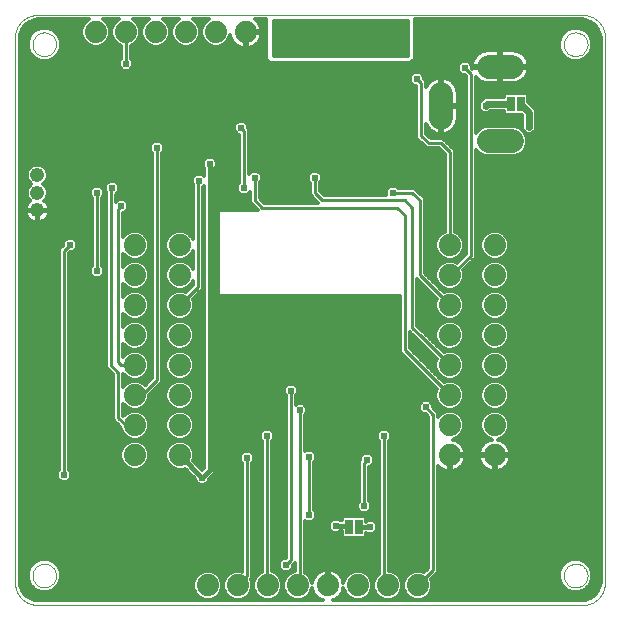
<source format=gbl>
G75*
%MOIN*%
%OFA0B0*%
%FSLAX24Y24*%
%IPPOS*%
%LPD*%
%AMOC8*
5,1,8,0,0,1.08239X$1,22.5*
%
%ADD10C,0.0000*%
%ADD11C,0.0740*%
%ADD12C,0.0787*%
%ADD13R,0.0250X0.0500*%
%ADD14C,0.0476*%
%ADD15C,0.0100*%
%ADD16C,0.0240*%
%ADD17C,0.0160*%
%ADD18C,0.0120*%
%ADD19C,0.0240*%
D10*
X000947Y000205D02*
X019058Y000205D01*
X019112Y000207D01*
X019165Y000212D01*
X019218Y000221D01*
X019270Y000234D01*
X019322Y000250D01*
X019372Y000270D01*
X019420Y000293D01*
X019467Y000320D01*
X019512Y000349D01*
X019555Y000382D01*
X019595Y000417D01*
X019633Y000455D01*
X019668Y000495D01*
X019701Y000538D01*
X019730Y000583D01*
X019757Y000630D01*
X019780Y000678D01*
X019800Y000728D01*
X019816Y000780D01*
X019829Y000832D01*
X019838Y000885D01*
X019843Y000938D01*
X019845Y000992D01*
X019845Y019103D01*
X019843Y019157D01*
X019838Y019210D01*
X019829Y019263D01*
X019816Y019315D01*
X019800Y019367D01*
X019780Y019417D01*
X019757Y019465D01*
X019730Y019512D01*
X019701Y019557D01*
X019668Y019600D01*
X019633Y019640D01*
X019595Y019678D01*
X019555Y019713D01*
X019512Y019746D01*
X019467Y019775D01*
X019420Y019802D01*
X019372Y019825D01*
X019322Y019845D01*
X019270Y019861D01*
X019218Y019874D01*
X019165Y019883D01*
X019112Y019888D01*
X019058Y019890D01*
X000947Y019890D01*
X000893Y019888D01*
X000840Y019883D01*
X000787Y019874D01*
X000735Y019861D01*
X000683Y019845D01*
X000633Y019825D01*
X000585Y019802D01*
X000538Y019775D01*
X000493Y019746D01*
X000450Y019713D01*
X000410Y019678D01*
X000372Y019640D01*
X000337Y019600D01*
X000304Y019557D01*
X000275Y019512D01*
X000248Y019465D01*
X000225Y019417D01*
X000205Y019367D01*
X000189Y019315D01*
X000176Y019263D01*
X000167Y019210D01*
X000162Y019157D01*
X000160Y019103D01*
X000160Y000992D01*
X000162Y000938D01*
X000167Y000885D01*
X000176Y000832D01*
X000189Y000780D01*
X000205Y000728D01*
X000225Y000678D01*
X000248Y000630D01*
X000275Y000583D01*
X000304Y000538D01*
X000337Y000495D01*
X000372Y000455D01*
X000410Y000417D01*
X000450Y000382D01*
X000493Y000349D01*
X000538Y000320D01*
X000585Y000293D01*
X000633Y000270D01*
X000683Y000250D01*
X000735Y000234D01*
X000787Y000221D01*
X000840Y000212D01*
X000893Y000207D01*
X000947Y000205D01*
X000753Y001192D02*
X000755Y001231D01*
X000761Y001270D01*
X000771Y001308D01*
X000784Y001345D01*
X000801Y001380D01*
X000821Y001414D01*
X000845Y001445D01*
X000872Y001474D01*
X000901Y001500D01*
X000933Y001523D01*
X000967Y001543D01*
X001003Y001559D01*
X001040Y001571D01*
X001079Y001580D01*
X001118Y001585D01*
X001157Y001586D01*
X001196Y001583D01*
X001235Y001576D01*
X001272Y001565D01*
X001309Y001551D01*
X001344Y001533D01*
X001377Y001512D01*
X001408Y001487D01*
X001436Y001460D01*
X001461Y001430D01*
X001483Y001397D01*
X001502Y001363D01*
X001517Y001327D01*
X001529Y001289D01*
X001537Y001251D01*
X001541Y001212D01*
X001541Y001172D01*
X001537Y001133D01*
X001529Y001095D01*
X001517Y001057D01*
X001502Y001021D01*
X001483Y000987D01*
X001461Y000954D01*
X001436Y000924D01*
X001408Y000897D01*
X001377Y000872D01*
X001344Y000851D01*
X001309Y000833D01*
X001272Y000819D01*
X001235Y000808D01*
X001196Y000801D01*
X001157Y000798D01*
X001118Y000799D01*
X001079Y000804D01*
X001040Y000813D01*
X001003Y000825D01*
X000967Y000841D01*
X000933Y000861D01*
X000901Y000884D01*
X000872Y000910D01*
X000845Y000939D01*
X000821Y000970D01*
X000801Y001004D01*
X000784Y001039D01*
X000771Y001076D01*
X000761Y001114D01*
X000755Y001153D01*
X000753Y001192D01*
X000753Y018903D02*
X000755Y018942D01*
X000761Y018981D01*
X000771Y019019D01*
X000784Y019056D01*
X000801Y019091D01*
X000821Y019125D01*
X000845Y019156D01*
X000872Y019185D01*
X000901Y019211D01*
X000933Y019234D01*
X000967Y019254D01*
X001003Y019270D01*
X001040Y019282D01*
X001079Y019291D01*
X001118Y019296D01*
X001157Y019297D01*
X001196Y019294D01*
X001235Y019287D01*
X001272Y019276D01*
X001309Y019262D01*
X001344Y019244D01*
X001377Y019223D01*
X001408Y019198D01*
X001436Y019171D01*
X001461Y019141D01*
X001483Y019108D01*
X001502Y019074D01*
X001517Y019038D01*
X001529Y019000D01*
X001537Y018962D01*
X001541Y018923D01*
X001541Y018883D01*
X001537Y018844D01*
X001529Y018806D01*
X001517Y018768D01*
X001502Y018732D01*
X001483Y018698D01*
X001461Y018665D01*
X001436Y018635D01*
X001408Y018608D01*
X001377Y018583D01*
X001344Y018562D01*
X001309Y018544D01*
X001272Y018530D01*
X001235Y018519D01*
X001196Y018512D01*
X001157Y018509D01*
X001118Y018510D01*
X001079Y018515D01*
X001040Y018524D01*
X001003Y018536D01*
X000967Y018552D01*
X000933Y018572D01*
X000901Y018595D01*
X000872Y018621D01*
X000845Y018650D01*
X000821Y018681D01*
X000801Y018715D01*
X000784Y018750D01*
X000771Y018787D01*
X000761Y018825D01*
X000755Y018864D01*
X000753Y018903D01*
X018464Y018903D02*
X018466Y018942D01*
X018472Y018981D01*
X018482Y019019D01*
X018495Y019056D01*
X018512Y019091D01*
X018532Y019125D01*
X018556Y019156D01*
X018583Y019185D01*
X018612Y019211D01*
X018644Y019234D01*
X018678Y019254D01*
X018714Y019270D01*
X018751Y019282D01*
X018790Y019291D01*
X018829Y019296D01*
X018868Y019297D01*
X018907Y019294D01*
X018946Y019287D01*
X018983Y019276D01*
X019020Y019262D01*
X019055Y019244D01*
X019088Y019223D01*
X019119Y019198D01*
X019147Y019171D01*
X019172Y019141D01*
X019194Y019108D01*
X019213Y019074D01*
X019228Y019038D01*
X019240Y019000D01*
X019248Y018962D01*
X019252Y018923D01*
X019252Y018883D01*
X019248Y018844D01*
X019240Y018806D01*
X019228Y018768D01*
X019213Y018732D01*
X019194Y018698D01*
X019172Y018665D01*
X019147Y018635D01*
X019119Y018608D01*
X019088Y018583D01*
X019055Y018562D01*
X019020Y018544D01*
X018983Y018530D01*
X018946Y018519D01*
X018907Y018512D01*
X018868Y018509D01*
X018829Y018510D01*
X018790Y018515D01*
X018751Y018524D01*
X018714Y018536D01*
X018678Y018552D01*
X018644Y018572D01*
X018612Y018595D01*
X018583Y018621D01*
X018556Y018650D01*
X018532Y018681D01*
X018512Y018715D01*
X018495Y018750D01*
X018482Y018787D01*
X018472Y018825D01*
X018466Y018864D01*
X018464Y018903D01*
X018464Y001192D02*
X018466Y001231D01*
X018472Y001270D01*
X018482Y001308D01*
X018495Y001345D01*
X018512Y001380D01*
X018532Y001414D01*
X018556Y001445D01*
X018583Y001474D01*
X018612Y001500D01*
X018644Y001523D01*
X018678Y001543D01*
X018714Y001559D01*
X018751Y001571D01*
X018790Y001580D01*
X018829Y001585D01*
X018868Y001586D01*
X018907Y001583D01*
X018946Y001576D01*
X018983Y001565D01*
X019020Y001551D01*
X019055Y001533D01*
X019088Y001512D01*
X019119Y001487D01*
X019147Y001460D01*
X019172Y001430D01*
X019194Y001397D01*
X019213Y001363D01*
X019228Y001327D01*
X019240Y001289D01*
X019248Y001251D01*
X019252Y001212D01*
X019252Y001172D01*
X019248Y001133D01*
X019240Y001095D01*
X019228Y001057D01*
X019213Y001021D01*
X019194Y000987D01*
X019172Y000954D01*
X019147Y000924D01*
X019119Y000897D01*
X019088Y000872D01*
X019055Y000851D01*
X019020Y000833D01*
X018983Y000819D01*
X018946Y000808D01*
X018907Y000801D01*
X018868Y000798D01*
X018829Y000799D01*
X018790Y000804D01*
X018751Y000813D01*
X018714Y000825D01*
X018678Y000841D01*
X018644Y000861D01*
X018612Y000884D01*
X018583Y000910D01*
X018556Y000939D01*
X018532Y000970D01*
X018512Y001004D01*
X018495Y001039D01*
X018482Y001076D01*
X018472Y001114D01*
X018466Y001153D01*
X018464Y001192D01*
D11*
X016160Y005205D03*
X016160Y006205D03*
X016160Y007205D03*
X016160Y008205D03*
X016160Y009205D03*
X016160Y010205D03*
X016160Y011205D03*
X016160Y012205D03*
X014660Y012205D03*
X014660Y011205D03*
X014660Y010205D03*
X014660Y009205D03*
X014660Y008205D03*
X014660Y007205D03*
X014660Y006205D03*
X014660Y005205D03*
X013596Y000864D03*
X012596Y000864D03*
X011596Y000864D03*
X010596Y000864D03*
X009596Y000864D03*
X008596Y000864D03*
X007596Y000864D03*
X006596Y000864D03*
X005660Y005205D03*
X005660Y006205D03*
X005660Y007205D03*
X005660Y008205D03*
X005660Y009205D03*
X005660Y010205D03*
X005660Y011205D03*
X005660Y012205D03*
X004160Y012205D03*
X004160Y011205D03*
X004160Y010205D03*
X004160Y009205D03*
X004160Y008205D03*
X004160Y007205D03*
X004160Y006205D03*
X004160Y005205D03*
X003860Y019305D03*
X002860Y019305D03*
X004860Y019305D03*
X005860Y019305D03*
X006860Y019305D03*
X007860Y019305D03*
D12*
X014376Y017247D02*
X014376Y016459D01*
X015951Y015672D02*
X016738Y015672D01*
X016738Y018152D02*
X015951Y018152D01*
D13*
X016698Y016905D03*
X017018Y016905D03*
X011622Y002805D03*
X011302Y002805D03*
D14*
X000910Y013364D03*
X000910Y013955D03*
X000910Y014546D03*
D15*
X002910Y013955D02*
X002910Y011355D01*
X002010Y012205D02*
X001810Y012005D01*
X001810Y004555D01*
X003610Y006455D02*
X003610Y007955D01*
X003360Y008205D01*
X003360Y012555D01*
X003360Y014055D01*
X003410Y014105D01*
X003710Y013505D02*
X003610Y013405D01*
X003610Y012455D01*
X003610Y008305D01*
X003710Y008205D01*
X004160Y008205D01*
X004910Y007705D02*
X004410Y007205D01*
X004160Y007205D01*
X003610Y006455D02*
X003860Y006205D01*
X004160Y006205D01*
X004910Y007705D02*
X004910Y015455D01*
X006260Y014305D02*
X006310Y014355D01*
X006260Y014305D02*
X006260Y010805D01*
X005660Y010205D01*
X008410Y013455D02*
X008160Y013705D01*
X008160Y014455D01*
X007810Y014105D02*
X007810Y016005D01*
X007710Y016105D01*
X008760Y018505D02*
X008760Y019720D01*
X013260Y019720D01*
X013260Y018505D01*
X008760Y018505D01*
X008760Y018526D02*
X013260Y018526D01*
X013260Y018625D02*
X008760Y018625D01*
X008760Y018723D02*
X013260Y018723D01*
X013260Y018822D02*
X008760Y018822D01*
X008760Y018920D02*
X013260Y018920D01*
X013260Y019019D02*
X008760Y019019D01*
X008760Y019117D02*
X013260Y019117D01*
X013260Y019216D02*
X008760Y019216D01*
X008760Y019314D02*
X013260Y019314D01*
X013260Y019413D02*
X008760Y019413D01*
X008760Y019511D02*
X013260Y019511D01*
X013260Y019610D02*
X008760Y019610D01*
X008760Y019708D02*
X013260Y019708D01*
X013560Y017755D02*
X013710Y017605D01*
X013710Y015855D01*
X013960Y015605D01*
X014360Y015605D01*
X014660Y015305D01*
X014660Y012205D01*
X015360Y011855D02*
X015360Y017905D01*
X015160Y018105D01*
X013410Y013955D02*
X012760Y013955D01*
X013160Y013705D02*
X010660Y013705D01*
X010410Y013705D01*
X010160Y013955D01*
X010160Y014205D01*
X010160Y014455D01*
X008410Y013455D02*
X012910Y013455D01*
X013160Y013205D01*
X013160Y008705D01*
X014660Y007205D01*
X014110Y006555D02*
X014110Y001378D01*
X013596Y000864D01*
X012596Y000864D02*
X012460Y001001D01*
X012460Y005855D01*
X011910Y005055D02*
X011810Y004955D01*
X011810Y003505D01*
X009960Y003205D02*
X009960Y005155D01*
X008560Y005855D02*
X008560Y000901D01*
X008596Y000864D01*
X007910Y001178D02*
X007596Y000864D01*
X007910Y001178D02*
X007910Y005105D01*
X009660Y006705D02*
X009660Y001028D01*
X009596Y000864D01*
X009210Y001555D02*
X009360Y001705D01*
X009360Y007355D01*
X013410Y009455D02*
X013410Y013455D01*
X013160Y013705D01*
X013410Y013955D02*
X013660Y013705D01*
X013660Y011205D01*
X014660Y010205D01*
X014660Y011205D02*
X014710Y011205D01*
X015360Y011855D01*
X013410Y009455D02*
X013660Y009205D01*
X014660Y008205D01*
X013860Y006805D02*
X014110Y006555D01*
X003860Y018255D02*
X003860Y019305D01*
D16*
X003860Y018255D03*
X003360Y016455D03*
X003360Y015905D03*
X003360Y015305D03*
X003360Y014705D03*
X003410Y014105D03*
X002910Y013955D03*
X003710Y013505D03*
X002010Y012205D03*
X002910Y011355D03*
X000660Y011055D03*
X000660Y010405D03*
X000660Y009805D03*
X000660Y009205D03*
X000660Y008605D03*
X000660Y008005D03*
X000660Y007405D03*
X000660Y006805D03*
X000660Y006155D03*
X000660Y005505D03*
X000660Y004905D03*
X000660Y004305D03*
X000660Y003705D03*
X000660Y003055D03*
X000660Y002455D03*
X001810Y004555D03*
X004960Y005705D03*
X004960Y006705D03*
X006410Y004455D03*
X005910Y004155D03*
X005910Y003655D03*
X005910Y003105D03*
X005810Y001855D03*
X005810Y001155D03*
X005810Y000505D03*
X006510Y001855D03*
X007160Y001905D03*
X009210Y001555D03*
X009960Y003205D03*
X010860Y002855D03*
X011810Y003505D03*
X012110Y003805D03*
X012110Y004305D03*
X011910Y005055D03*
X011410Y004705D03*
X012460Y005855D03*
X012160Y007155D03*
X012160Y008105D03*
X012160Y008705D03*
X012160Y009305D03*
X012160Y009905D03*
X011560Y009905D03*
X010960Y009905D03*
X010160Y009905D03*
X009360Y009905D03*
X008760Y009905D03*
X008160Y009905D03*
X008160Y009305D03*
X008160Y008705D03*
X008160Y008105D03*
X008160Y007505D03*
X008160Y006505D03*
X008560Y005855D03*
X008160Y005655D03*
X007910Y005105D03*
X008960Y005305D03*
X009960Y005155D03*
X009660Y006705D03*
X009360Y007355D03*
X012810Y003805D03*
X013310Y003805D03*
X013760Y003905D03*
X013810Y004555D03*
X013810Y005055D03*
X015360Y006705D03*
X015360Y007705D03*
X015360Y008705D03*
X015360Y009705D03*
X015360Y010705D03*
X012760Y013955D03*
X010660Y015705D03*
X010060Y015705D03*
X009460Y015705D03*
X008860Y015705D03*
X008260Y015705D03*
X007710Y016105D03*
X007460Y015705D03*
X006860Y015705D03*
X006260Y015705D03*
X006210Y016505D03*
X006860Y016505D03*
X006660Y014905D03*
X006310Y014355D03*
X004910Y015455D03*
X001960Y015555D03*
X001410Y015555D03*
X000560Y015505D03*
X000560Y016055D03*
X000660Y011705D03*
X007810Y014105D03*
X008160Y014455D03*
X009460Y016455D03*
X010160Y014455D03*
X013560Y017755D03*
X012860Y018905D03*
X012360Y018905D03*
X011860Y018905D03*
X011860Y019505D03*
X012360Y019505D03*
X012860Y019505D03*
X011260Y019505D03*
X010660Y019505D03*
X010060Y019505D03*
X009560Y019505D03*
X009060Y019505D03*
X009060Y018905D03*
X009560Y018905D03*
X010060Y018905D03*
X015160Y018105D03*
X015860Y016855D03*
X017310Y016155D03*
X019310Y016205D03*
X019310Y015505D03*
X019310Y014855D03*
X019310Y014205D03*
X019310Y013555D03*
X019310Y012955D03*
X019310Y011655D03*
X019310Y010955D03*
X019310Y010305D03*
X019310Y009705D03*
X019310Y009055D03*
X019310Y007855D03*
X019310Y007305D03*
X019310Y006705D03*
X019310Y006055D03*
X019310Y005405D03*
X019310Y004805D03*
X019310Y004205D03*
X019310Y003605D03*
X019310Y002955D03*
X019310Y002355D03*
X014510Y001855D03*
X014510Y001355D03*
X014510Y000555D03*
X013660Y001855D03*
X013060Y001855D03*
X012010Y002805D03*
X013860Y006805D03*
D17*
X012010Y002805D02*
X011622Y002805D01*
X011302Y002805D02*
X011252Y002855D01*
X010860Y002855D01*
X006660Y004705D02*
X006410Y004455D01*
X005660Y005205D01*
X006660Y004705D02*
X006660Y014905D01*
D18*
X000388Y000708D02*
X000504Y000549D01*
X000663Y000433D01*
X000849Y000373D01*
X000947Y000365D01*
X010418Y000365D01*
X010393Y000373D01*
X010319Y000411D01*
X010251Y000460D01*
X010192Y000519D01*
X010143Y000586D01*
X010105Y000661D01*
X010079Y000740D01*
X010075Y000766D01*
X010003Y000592D01*
X009868Y000457D01*
X009692Y000384D01*
X009501Y000384D01*
X009324Y000457D01*
X009189Y000592D01*
X009116Y000769D01*
X009116Y000960D01*
X009189Y001136D01*
X009324Y001271D01*
X009500Y001344D01*
X009500Y001619D01*
X009440Y001559D01*
X009440Y001460D01*
X009305Y001325D01*
X009115Y001325D01*
X008980Y001460D01*
X008980Y001650D01*
X009115Y001785D01*
X009200Y001785D01*
X009200Y007190D01*
X009130Y007260D01*
X009130Y007450D01*
X009265Y007585D01*
X009455Y007585D01*
X009590Y007450D01*
X009590Y007260D01*
X009520Y007190D01*
X009520Y006890D01*
X009565Y006935D01*
X009755Y006935D01*
X009890Y006800D01*
X009890Y006610D01*
X009820Y006540D01*
X009820Y005340D01*
X009865Y005385D01*
X010055Y005385D01*
X010190Y005250D01*
X010190Y005060D01*
X010120Y004990D01*
X010120Y003370D01*
X010190Y003300D01*
X010190Y003110D01*
X010055Y002975D01*
X009865Y002975D01*
X009820Y003020D01*
X009820Y001291D01*
X009868Y001271D01*
X010003Y001136D01*
X010075Y000962D01*
X010079Y000988D01*
X010105Y001068D01*
X010143Y001142D01*
X010192Y001209D01*
X010251Y001268D01*
X010319Y001318D01*
X010393Y001355D01*
X010472Y001381D01*
X010555Y001394D01*
X010556Y001394D01*
X010556Y000904D01*
X010636Y000904D01*
X010636Y001394D01*
X010638Y001394D01*
X010720Y001381D01*
X010800Y001355D01*
X010874Y001318D01*
X010942Y001268D01*
X011001Y001209D01*
X011050Y001142D01*
X011087Y001068D01*
X011113Y000988D01*
X011117Y000962D01*
X011189Y001136D01*
X011324Y001271D01*
X011501Y001344D01*
X011692Y001344D01*
X011868Y001271D01*
X012003Y001136D01*
X012076Y000960D01*
X012076Y000769D01*
X012003Y000592D01*
X011868Y000457D01*
X011692Y000384D01*
X011501Y000384D01*
X011324Y000457D01*
X011189Y000592D01*
X011117Y000766D01*
X011113Y000740D01*
X011087Y000661D01*
X011050Y000586D01*
X011001Y000519D01*
X010942Y000460D01*
X010874Y000411D01*
X010800Y000373D01*
X010775Y000365D01*
X019058Y000365D01*
X019156Y000373D01*
X019342Y000433D01*
X019501Y000549D01*
X019617Y000708D01*
X019677Y000894D01*
X019685Y000992D01*
X019685Y019103D01*
X019677Y019201D01*
X019617Y019387D01*
X019501Y019546D01*
X019342Y019662D01*
X019156Y019722D01*
X019058Y019730D01*
X013490Y019730D01*
X013490Y018410D01*
X013355Y018275D01*
X008855Y018275D01*
X008665Y018275D01*
X008530Y018410D01*
X008530Y019730D01*
X008177Y019730D01*
X008205Y019709D01*
X008264Y019650D01*
X008313Y019583D01*
X008351Y019508D01*
X008377Y019429D01*
X008390Y019347D01*
X008390Y019345D01*
X007900Y019345D01*
X007900Y019265D01*
X008390Y019265D01*
X008390Y019263D01*
X008377Y019181D01*
X008351Y019102D01*
X008313Y019027D01*
X008264Y018960D01*
X008205Y018901D01*
X008138Y018852D01*
X008063Y018814D01*
X007984Y018788D01*
X007902Y018775D01*
X007900Y018775D01*
X007900Y019265D01*
X007820Y019265D01*
X007820Y018775D01*
X007818Y018775D01*
X007736Y018788D01*
X007657Y018814D01*
X007582Y018852D01*
X007515Y018901D01*
X007456Y018960D01*
X007407Y019027D01*
X007369Y019102D01*
X007343Y019181D01*
X007339Y019207D01*
X007267Y019033D01*
X007132Y018898D01*
X006955Y018825D01*
X006765Y018825D01*
X006588Y018898D01*
X006453Y019033D01*
X006380Y019210D01*
X006380Y019400D01*
X006453Y019577D01*
X006588Y019712D01*
X006632Y019730D01*
X006088Y019730D01*
X006132Y019712D01*
X006267Y019577D01*
X006340Y019400D01*
X006340Y019210D01*
X006267Y019033D01*
X006132Y018898D01*
X005955Y018825D01*
X005765Y018825D01*
X005588Y018898D01*
X005453Y019033D01*
X005380Y019210D01*
X005380Y019400D01*
X005453Y019577D01*
X005588Y019712D01*
X005632Y019730D01*
X005088Y019730D01*
X005132Y019712D01*
X005267Y019577D01*
X005340Y019400D01*
X005340Y019210D01*
X005267Y019033D01*
X005132Y018898D01*
X004955Y018825D01*
X004765Y018825D01*
X004588Y018898D01*
X004453Y019033D01*
X004380Y019210D01*
X004380Y019400D01*
X004453Y019577D01*
X004588Y019712D01*
X004632Y019730D01*
X004088Y019730D01*
X004132Y019712D01*
X004267Y019577D01*
X004340Y019400D01*
X004340Y019210D01*
X004267Y019033D01*
X004132Y018898D01*
X004020Y018852D01*
X004020Y018420D01*
X004090Y018350D01*
X004090Y018160D01*
X003955Y018025D01*
X003765Y018025D01*
X003630Y018160D01*
X003630Y018350D01*
X003700Y018420D01*
X003700Y018852D01*
X003588Y018898D01*
X003453Y019033D01*
X003380Y019210D01*
X003380Y019400D01*
X003453Y019577D01*
X003588Y019712D01*
X003632Y019730D01*
X003088Y019730D01*
X003132Y019712D01*
X003267Y019577D01*
X003340Y019400D01*
X003340Y019210D01*
X003267Y019033D01*
X003132Y018898D01*
X002955Y018825D01*
X002765Y018825D01*
X002588Y018898D01*
X002453Y019033D01*
X002380Y019210D01*
X002380Y019400D01*
X002453Y019577D01*
X002588Y019712D01*
X002632Y019730D01*
X000947Y019730D01*
X000849Y019722D01*
X000663Y019662D01*
X000504Y019546D01*
X000388Y019387D01*
X000328Y019201D01*
X000320Y019103D01*
X000320Y000992D01*
X000328Y000894D01*
X000388Y000708D01*
X000409Y000679D02*
X000940Y000679D01*
X001037Y000639D02*
X000834Y000723D01*
X000678Y000879D01*
X000594Y001082D01*
X000594Y001303D01*
X000678Y001506D01*
X000834Y001662D01*
X001037Y001746D01*
X001258Y001746D01*
X001461Y001662D01*
X001617Y001506D01*
X001701Y001303D01*
X001701Y001082D01*
X001617Y000879D01*
X001461Y000723D01*
X001258Y000639D01*
X001037Y000639D01*
X001355Y000679D02*
X006153Y000679D01*
X006189Y000592D02*
X006116Y000769D01*
X006116Y000960D01*
X006189Y001136D01*
X006324Y001271D01*
X006501Y001344D01*
X006692Y001344D01*
X006868Y001271D01*
X007003Y001136D01*
X007076Y000960D01*
X007076Y000769D01*
X007003Y000592D01*
X006868Y000457D01*
X006692Y000384D01*
X006501Y000384D01*
X006324Y000457D01*
X006189Y000592D01*
X006221Y000561D02*
X000495Y000561D01*
X000651Y000442D02*
X006361Y000442D01*
X006116Y000798D02*
X001536Y000798D01*
X001632Y000916D02*
X006116Y000916D01*
X006147Y001035D02*
X001681Y001035D01*
X001701Y001153D02*
X006206Y001153D01*
X006325Y001272D02*
X001701Y001272D01*
X001665Y001390D02*
X007750Y001390D01*
X007750Y001320D02*
X007692Y001344D01*
X007501Y001344D01*
X007324Y001271D01*
X007189Y001136D01*
X007116Y000960D01*
X007116Y000769D01*
X007189Y000592D01*
X007324Y000457D01*
X007501Y000384D01*
X007692Y000384D01*
X007868Y000457D01*
X008003Y000592D01*
X008076Y000769D01*
X008076Y000960D01*
X008030Y001072D01*
X008070Y001112D01*
X008070Y004940D01*
X008140Y005010D01*
X008140Y005200D01*
X008005Y005335D01*
X007815Y005335D01*
X007680Y005200D01*
X007680Y005010D01*
X007750Y004940D01*
X007750Y001320D01*
X007750Y001509D02*
X001614Y001509D01*
X001496Y001627D02*
X007750Y001627D01*
X007750Y001746D02*
X001259Y001746D01*
X001036Y001746D02*
X000320Y001746D01*
X000320Y001864D02*
X007750Y001864D01*
X007750Y001983D02*
X000320Y001983D01*
X000320Y002101D02*
X007750Y002101D01*
X007750Y002220D02*
X000320Y002220D01*
X000320Y002338D02*
X007750Y002338D01*
X007750Y002457D02*
X000320Y002457D01*
X000320Y002575D02*
X007750Y002575D01*
X007750Y002694D02*
X000320Y002694D01*
X000320Y002812D02*
X007750Y002812D01*
X007750Y002931D02*
X000320Y002931D01*
X000320Y003049D02*
X007750Y003049D01*
X007750Y003168D02*
X000320Y003168D01*
X000320Y003286D02*
X007750Y003286D01*
X007750Y003405D02*
X000320Y003405D01*
X000320Y003523D02*
X007750Y003523D01*
X007750Y003642D02*
X000320Y003642D01*
X000320Y003760D02*
X007750Y003760D01*
X007750Y003879D02*
X000320Y003879D01*
X000320Y003997D02*
X007750Y003997D01*
X007750Y004116D02*
X000320Y004116D01*
X000320Y004234D02*
X006306Y004234D01*
X006315Y004225D02*
X006505Y004225D01*
X006640Y004360D01*
X006640Y004416D01*
X006850Y004626D01*
X006850Y014770D01*
X006890Y014810D01*
X006890Y015000D01*
X006755Y015135D01*
X006565Y015135D01*
X006430Y015000D01*
X006430Y014810D01*
X006470Y014770D01*
X006470Y014520D01*
X006405Y014585D01*
X006215Y014585D01*
X006080Y014450D01*
X006080Y014260D01*
X006100Y014240D01*
X006100Y012397D01*
X006067Y012477D01*
X005932Y012612D01*
X005755Y012685D01*
X005565Y012685D01*
X005388Y012612D01*
X005253Y012477D01*
X005180Y012300D01*
X005180Y012110D01*
X005253Y011933D01*
X005388Y011798D01*
X005565Y011725D01*
X005755Y011725D01*
X005932Y011798D01*
X006067Y011933D01*
X006100Y012013D01*
X006100Y011397D01*
X006067Y011477D01*
X005932Y011612D01*
X005755Y011685D01*
X005565Y011685D01*
X005388Y011612D01*
X005253Y011477D01*
X005180Y011300D01*
X005180Y011110D01*
X005253Y010933D01*
X005388Y010798D01*
X005565Y010725D01*
X005755Y010725D01*
X005932Y010798D01*
X006067Y010933D01*
X006100Y011013D01*
X006100Y010871D01*
X005867Y010639D01*
X005755Y010685D01*
X005565Y010685D01*
X005388Y010612D01*
X005253Y010477D01*
X005180Y010300D01*
X005180Y010110D01*
X005253Y009933D01*
X005388Y009798D01*
X005565Y009725D01*
X005755Y009725D01*
X005932Y009798D01*
X006067Y009933D01*
X006140Y010110D01*
X006140Y010300D01*
X006094Y010412D01*
X006326Y010645D01*
X006420Y010739D01*
X006420Y014140D01*
X006470Y014190D01*
X006470Y004784D01*
X006410Y004724D01*
X006106Y005028D01*
X006140Y005110D01*
X006140Y005300D01*
X006067Y005477D01*
X005932Y005612D01*
X005755Y005685D01*
X005565Y005685D01*
X005388Y005612D01*
X005253Y005477D01*
X005180Y005300D01*
X005180Y005110D01*
X005253Y004933D01*
X005388Y004798D01*
X005565Y004725D01*
X005755Y004725D01*
X005837Y004759D01*
X006180Y004416D01*
X006180Y004360D01*
X006315Y004225D01*
X006187Y004353D02*
X001933Y004353D01*
X001905Y004325D02*
X002040Y004460D01*
X002040Y004650D01*
X001970Y004720D01*
X001970Y011939D01*
X002006Y011975D01*
X002105Y011975D01*
X002240Y012110D01*
X002240Y012300D01*
X002105Y012435D01*
X001915Y012435D01*
X001780Y012300D01*
X001780Y012201D01*
X001650Y012071D01*
X001650Y004720D01*
X001580Y004650D01*
X001580Y004460D01*
X001715Y004325D01*
X001905Y004325D01*
X002040Y004471D02*
X006125Y004471D01*
X006007Y004590D02*
X002040Y004590D01*
X001982Y004708D02*
X005888Y004708D01*
X006189Y004945D02*
X006470Y004945D01*
X006470Y004827D02*
X006307Y004827D01*
X006470Y005064D02*
X006121Y005064D01*
X006140Y005182D02*
X006470Y005182D01*
X006470Y005301D02*
X006140Y005301D01*
X006091Y005419D02*
X006470Y005419D01*
X006470Y005538D02*
X006006Y005538D01*
X005825Y005656D02*
X006470Y005656D01*
X006470Y005775D02*
X005875Y005775D01*
X005932Y005798D02*
X006067Y005933D01*
X006140Y006110D01*
X006140Y006300D01*
X006067Y006477D01*
X005932Y006612D01*
X005755Y006685D01*
X005565Y006685D01*
X005388Y006612D01*
X005253Y006477D01*
X005180Y006300D01*
X005180Y006110D01*
X005253Y005933D01*
X005388Y005798D01*
X005565Y005725D01*
X005755Y005725D01*
X005932Y005798D01*
X006027Y005893D02*
X006470Y005893D01*
X006470Y006012D02*
X006099Y006012D01*
X006140Y006130D02*
X006470Y006130D01*
X006470Y006249D02*
X006140Y006249D01*
X006112Y006367D02*
X006470Y006367D01*
X006470Y006486D02*
X006058Y006486D01*
X005940Y006604D02*
X006470Y006604D01*
X006470Y006723D02*
X003770Y006723D01*
X003770Y006841D02*
X003845Y006841D01*
X003888Y006798D02*
X004065Y006725D01*
X004255Y006725D01*
X004432Y006798D01*
X004567Y006933D01*
X004640Y007110D01*
X004640Y007209D01*
X005070Y007639D01*
X005070Y015290D01*
X005140Y015360D01*
X005140Y015550D01*
X005005Y015685D01*
X004815Y015685D01*
X004680Y015550D01*
X004680Y015360D01*
X004750Y015290D01*
X004750Y007771D01*
X004511Y007533D01*
X004432Y007612D01*
X004255Y007685D01*
X004065Y007685D01*
X003888Y007612D01*
X003770Y007494D01*
X003770Y007916D01*
X003888Y007798D01*
X004065Y007725D01*
X004255Y007725D01*
X004432Y007798D01*
X004567Y007933D01*
X004640Y008110D01*
X004640Y008300D01*
X004567Y008477D01*
X004432Y008612D01*
X004255Y008685D01*
X004065Y008685D01*
X003888Y008612D01*
X003770Y008494D01*
X003770Y008916D01*
X003888Y008798D01*
X004065Y008725D01*
X004255Y008725D01*
X004432Y008798D01*
X004567Y008933D01*
X004640Y009110D01*
X004640Y009300D01*
X004567Y009477D01*
X004432Y009612D01*
X004255Y009685D01*
X004065Y009685D01*
X003888Y009612D01*
X003770Y009494D01*
X003770Y009916D01*
X003888Y009798D01*
X004065Y009725D01*
X004255Y009725D01*
X004432Y009798D01*
X004567Y009933D01*
X004640Y010110D01*
X004640Y010300D01*
X004567Y010477D01*
X004432Y010612D01*
X004255Y010685D01*
X004065Y010685D01*
X003888Y010612D01*
X003770Y010494D01*
X003770Y010916D01*
X003888Y010798D01*
X004065Y010725D01*
X004255Y010725D01*
X004432Y010798D01*
X004567Y010933D01*
X004640Y011110D01*
X004640Y011300D01*
X004567Y011477D01*
X004432Y011612D01*
X004255Y011685D01*
X004065Y011685D01*
X003888Y011612D01*
X003770Y011494D01*
X003770Y011916D01*
X003888Y011798D01*
X004065Y011725D01*
X004255Y011725D01*
X004432Y011798D01*
X004567Y011933D01*
X004640Y012110D01*
X004640Y012300D01*
X004567Y012477D01*
X004432Y012612D01*
X004255Y012685D01*
X004065Y012685D01*
X003888Y012612D01*
X003770Y012494D01*
X003770Y013275D01*
X003805Y013275D01*
X003940Y013410D01*
X003940Y013600D01*
X003805Y013735D01*
X003615Y013735D01*
X003520Y013640D01*
X003520Y013890D01*
X003640Y014010D01*
X003640Y014200D01*
X003505Y014335D01*
X003315Y014335D01*
X003180Y014200D01*
X003180Y014010D01*
X003200Y013990D01*
X003200Y008139D01*
X003294Y008045D01*
X003450Y007889D01*
X003450Y006389D01*
X003544Y006295D01*
X003680Y006159D01*
X003680Y006110D01*
X003753Y005933D01*
X003888Y005798D01*
X004065Y005725D01*
X004255Y005725D01*
X004432Y005798D01*
X004567Y005933D01*
X004640Y006110D01*
X004640Y006300D01*
X004567Y006477D01*
X004432Y006612D01*
X004255Y006685D01*
X004065Y006685D01*
X003888Y006612D01*
X003784Y006508D01*
X003770Y006521D01*
X003770Y006916D01*
X003888Y006798D01*
X003880Y006604D02*
X003770Y006604D01*
X003450Y006604D02*
X001970Y006604D01*
X001970Y006486D02*
X003450Y006486D01*
X003472Y006367D02*
X001970Y006367D01*
X001970Y006249D02*
X003590Y006249D01*
X003680Y006130D02*
X001970Y006130D01*
X001970Y006012D02*
X003721Y006012D01*
X003793Y005893D02*
X001970Y005893D01*
X001970Y005775D02*
X003945Y005775D01*
X003995Y005656D02*
X001970Y005656D01*
X001970Y005538D02*
X003814Y005538D01*
X003753Y005477D02*
X003888Y005612D01*
X004065Y005685D01*
X004255Y005685D01*
X004432Y005612D01*
X004567Y005477D01*
X004640Y005300D01*
X004640Y005110D01*
X004567Y004933D01*
X004432Y004798D01*
X004255Y004725D01*
X004065Y004725D01*
X003888Y004798D01*
X003753Y004933D01*
X003680Y005110D01*
X003680Y005300D01*
X003753Y005477D01*
X003729Y005419D02*
X001970Y005419D01*
X001970Y005301D02*
X003680Y005301D01*
X003680Y005182D02*
X001970Y005182D01*
X001970Y005064D02*
X003699Y005064D01*
X003748Y004945D02*
X001970Y004945D01*
X001970Y004827D02*
X003860Y004827D01*
X004460Y004827D02*
X005360Y004827D01*
X005248Y004945D02*
X004572Y004945D01*
X004621Y005064D02*
X005199Y005064D01*
X005180Y005182D02*
X004640Y005182D01*
X004640Y005301D02*
X005180Y005301D01*
X005229Y005419D02*
X004591Y005419D01*
X004506Y005538D02*
X005314Y005538D01*
X005495Y005656D02*
X004325Y005656D01*
X004375Y005775D02*
X005445Y005775D01*
X005293Y005893D02*
X004527Y005893D01*
X004599Y006012D02*
X005221Y006012D01*
X005180Y006130D02*
X004640Y006130D01*
X004640Y006249D02*
X005180Y006249D01*
X005208Y006367D02*
X004612Y006367D01*
X004558Y006486D02*
X005262Y006486D01*
X005380Y006604D02*
X004440Y006604D01*
X004475Y006841D02*
X005345Y006841D01*
X005388Y006798D02*
X005565Y006725D01*
X005755Y006725D01*
X005932Y006798D01*
X006067Y006933D01*
X006140Y007110D01*
X006140Y007300D01*
X006067Y007477D01*
X005932Y007612D01*
X005755Y007685D01*
X005565Y007685D01*
X005388Y007612D01*
X005253Y007477D01*
X005180Y007300D01*
X005180Y007110D01*
X005253Y006933D01*
X005388Y006798D01*
X005242Y006960D02*
X004578Y006960D01*
X004627Y007078D02*
X005193Y007078D01*
X005180Y007197D02*
X004640Y007197D01*
X004746Y007315D02*
X005186Y007315D01*
X005235Y007434D02*
X004865Y007434D01*
X004983Y007552D02*
X005328Y007552D01*
X005530Y007671D02*
X005070Y007671D01*
X005070Y007789D02*
X005410Y007789D01*
X005388Y007798D02*
X005565Y007725D01*
X005755Y007725D01*
X005932Y007798D01*
X006067Y007933D01*
X006140Y008110D01*
X006140Y008300D01*
X006067Y008477D01*
X005932Y008612D01*
X005755Y008685D01*
X005565Y008685D01*
X005388Y008612D01*
X005253Y008477D01*
X005180Y008300D01*
X005180Y008110D01*
X005253Y007933D01*
X005388Y007798D01*
X005279Y007908D02*
X005070Y007908D01*
X005070Y008026D02*
X005215Y008026D01*
X005180Y008145D02*
X005070Y008145D01*
X005070Y008263D02*
X005180Y008263D01*
X005214Y008382D02*
X005070Y008382D01*
X005070Y008500D02*
X005276Y008500D01*
X005404Y008619D02*
X005070Y008619D01*
X005070Y008737D02*
X005536Y008737D01*
X005565Y008725D02*
X005755Y008725D01*
X005932Y008798D01*
X006067Y008933D01*
X006140Y009110D01*
X006140Y009300D01*
X006067Y009477D01*
X005932Y009612D01*
X005755Y009685D01*
X005565Y009685D01*
X005388Y009612D01*
X005253Y009477D01*
X005180Y009300D01*
X005180Y009110D01*
X005253Y008933D01*
X005388Y008798D01*
X005565Y008725D01*
X005784Y008737D02*
X006470Y008737D01*
X006470Y008619D02*
X005916Y008619D01*
X006044Y008500D02*
X006470Y008500D01*
X006470Y008382D02*
X006106Y008382D01*
X006140Y008263D02*
X006470Y008263D01*
X006470Y008145D02*
X006140Y008145D01*
X006105Y008026D02*
X006470Y008026D01*
X006470Y007908D02*
X006041Y007908D01*
X005910Y007789D02*
X006470Y007789D01*
X006470Y007671D02*
X005790Y007671D01*
X005992Y007552D02*
X006470Y007552D01*
X006470Y007434D02*
X006085Y007434D01*
X006134Y007315D02*
X006470Y007315D01*
X006470Y007197D02*
X006140Y007197D01*
X006127Y007078D02*
X006470Y007078D01*
X006470Y006960D02*
X006078Y006960D01*
X005975Y006841D02*
X006470Y006841D01*
X006850Y006841D02*
X009200Y006841D01*
X009200Y006723D02*
X006850Y006723D01*
X006850Y006604D02*
X009200Y006604D01*
X009200Y006486D02*
X006850Y006486D01*
X006850Y006367D02*
X009200Y006367D01*
X009200Y006249D02*
X006850Y006249D01*
X006850Y006130D02*
X009200Y006130D01*
X009200Y006012D02*
X008729Y006012D01*
X008790Y005950D02*
X008655Y006085D01*
X008465Y006085D01*
X008330Y005950D01*
X008330Y005760D01*
X008400Y005690D01*
X008400Y001302D01*
X008324Y001271D01*
X008189Y001136D01*
X008116Y000960D01*
X008116Y000769D01*
X008189Y000592D01*
X008324Y000457D01*
X008501Y000384D01*
X008692Y000384D01*
X008868Y000457D01*
X009003Y000592D01*
X009076Y000769D01*
X009076Y000960D01*
X009003Y001136D01*
X008868Y001271D01*
X008720Y001333D01*
X008720Y005690D01*
X008790Y005760D01*
X008790Y005950D01*
X008790Y005893D02*
X009200Y005893D01*
X009200Y005775D02*
X008790Y005775D01*
X008720Y005656D02*
X009200Y005656D01*
X009200Y005538D02*
X008720Y005538D01*
X008720Y005419D02*
X009200Y005419D01*
X009200Y005301D02*
X008720Y005301D01*
X008720Y005182D02*
X009200Y005182D01*
X009200Y005064D02*
X008720Y005064D01*
X008720Y004945D02*
X009200Y004945D01*
X009200Y004827D02*
X008720Y004827D01*
X008720Y004708D02*
X009200Y004708D01*
X009200Y004590D02*
X008720Y004590D01*
X008720Y004471D02*
X009200Y004471D01*
X009200Y004353D02*
X008720Y004353D01*
X008720Y004234D02*
X009200Y004234D01*
X009200Y004116D02*
X008720Y004116D01*
X008720Y003997D02*
X009200Y003997D01*
X009200Y003879D02*
X008720Y003879D01*
X008720Y003760D02*
X009200Y003760D01*
X009200Y003642D02*
X008720Y003642D01*
X008720Y003523D02*
X009200Y003523D01*
X009200Y003405D02*
X008720Y003405D01*
X008720Y003286D02*
X009200Y003286D01*
X009200Y003168D02*
X008720Y003168D01*
X008720Y003049D02*
X009200Y003049D01*
X009200Y002931D02*
X008720Y002931D01*
X008720Y002812D02*
X009200Y002812D01*
X009200Y002694D02*
X008720Y002694D01*
X008720Y002575D02*
X009200Y002575D01*
X009200Y002457D02*
X008720Y002457D01*
X008720Y002338D02*
X009200Y002338D01*
X009200Y002220D02*
X008720Y002220D01*
X008720Y002101D02*
X009200Y002101D01*
X009200Y001983D02*
X008720Y001983D01*
X008720Y001864D02*
X009200Y001864D01*
X009075Y001746D02*
X008720Y001746D01*
X008720Y001627D02*
X008980Y001627D01*
X008980Y001509D02*
X008720Y001509D01*
X008720Y001390D02*
X009050Y001390D01*
X008867Y001272D02*
X009325Y001272D01*
X009370Y001390D02*
X009500Y001390D01*
X009500Y001509D02*
X009440Y001509D01*
X009820Y001509D02*
X012300Y001509D01*
X012300Y001627D02*
X009820Y001627D01*
X009820Y001746D02*
X012300Y001746D01*
X012300Y001864D02*
X009820Y001864D01*
X009820Y001983D02*
X012300Y001983D01*
X012300Y002101D02*
X009820Y002101D01*
X009820Y002220D02*
X012300Y002220D01*
X012300Y002338D02*
X009820Y002338D01*
X009820Y002457D02*
X011120Y002457D01*
X011132Y002445D02*
X011793Y002445D01*
X011857Y002509D01*
X011857Y002615D01*
X011875Y002615D01*
X011915Y002575D01*
X012105Y002575D01*
X012240Y002710D01*
X012240Y002900D01*
X012105Y003035D01*
X011915Y003035D01*
X011875Y002995D01*
X011857Y002995D01*
X011857Y003101D01*
X011793Y003165D01*
X011132Y003165D01*
X011067Y003101D01*
X011067Y003045D01*
X010995Y003045D01*
X010955Y003085D01*
X010765Y003085D01*
X010630Y002950D01*
X010630Y002760D01*
X010765Y002625D01*
X010955Y002625D01*
X010995Y002665D01*
X011067Y002665D01*
X011067Y002509D01*
X011132Y002445D01*
X011067Y002575D02*
X009820Y002575D01*
X009820Y002694D02*
X010696Y002694D01*
X010630Y002812D02*
X009820Y002812D01*
X009820Y002931D02*
X010630Y002931D01*
X010729Y003049D02*
X010129Y003049D01*
X010190Y003168D02*
X012300Y003168D01*
X012300Y003286D02*
X011916Y003286D01*
X011905Y003275D02*
X012040Y003410D01*
X012040Y003600D01*
X011970Y003670D01*
X011970Y004825D01*
X012005Y004825D01*
X012140Y004960D01*
X012140Y005150D01*
X012005Y005285D01*
X011815Y005285D01*
X011680Y005150D01*
X011680Y005051D01*
X011650Y005021D01*
X011650Y003670D01*
X011580Y003600D01*
X011580Y003410D01*
X011715Y003275D01*
X011905Y003275D01*
X012035Y003405D02*
X012300Y003405D01*
X012300Y003523D02*
X012040Y003523D01*
X011999Y003642D02*
X012300Y003642D01*
X012300Y003760D02*
X011970Y003760D01*
X011970Y003879D02*
X012300Y003879D01*
X012300Y003997D02*
X011970Y003997D01*
X011970Y004116D02*
X012300Y004116D01*
X012300Y004234D02*
X011970Y004234D01*
X011970Y004353D02*
X012300Y004353D01*
X012300Y004471D02*
X011970Y004471D01*
X011970Y004590D02*
X012300Y004590D01*
X012300Y004708D02*
X011970Y004708D01*
X012007Y004827D02*
X012300Y004827D01*
X012300Y004945D02*
X012125Y004945D01*
X012140Y005064D02*
X012300Y005064D01*
X012300Y005182D02*
X012108Y005182D01*
X012300Y005301D02*
X010140Y005301D01*
X010190Y005182D02*
X011712Y005182D01*
X011680Y005064D02*
X010190Y005064D01*
X010120Y004945D02*
X011650Y004945D01*
X011650Y004827D02*
X010120Y004827D01*
X010120Y004708D02*
X011650Y004708D01*
X011650Y004590D02*
X010120Y004590D01*
X010120Y004471D02*
X011650Y004471D01*
X011650Y004353D02*
X010120Y004353D01*
X010120Y004234D02*
X011650Y004234D01*
X011650Y004116D02*
X010120Y004116D01*
X010120Y003997D02*
X011650Y003997D01*
X011650Y003879D02*
X010120Y003879D01*
X010120Y003760D02*
X011650Y003760D01*
X011621Y003642D02*
X010120Y003642D01*
X010120Y003523D02*
X011580Y003523D01*
X011585Y003405D02*
X010120Y003405D01*
X010190Y003286D02*
X011704Y003286D01*
X011857Y003049D02*
X012300Y003049D01*
X012300Y002931D02*
X012210Y002931D01*
X012240Y002812D02*
X012300Y002812D01*
X012300Y002694D02*
X012224Y002694D01*
X012300Y002575D02*
X012105Y002575D01*
X011915Y002575D02*
X011857Y002575D01*
X011805Y002457D02*
X012300Y002457D01*
X012620Y002457D02*
X013950Y002457D01*
X013950Y002575D02*
X012620Y002575D01*
X012620Y002694D02*
X013950Y002694D01*
X013950Y002812D02*
X012620Y002812D01*
X012620Y002931D02*
X013950Y002931D01*
X013950Y003049D02*
X012620Y003049D01*
X012620Y003168D02*
X013950Y003168D01*
X013950Y003286D02*
X012620Y003286D01*
X012620Y003405D02*
X013950Y003405D01*
X013950Y003523D02*
X012620Y003523D01*
X012620Y003642D02*
X013950Y003642D01*
X013950Y003760D02*
X012620Y003760D01*
X012620Y003879D02*
X013950Y003879D01*
X013950Y003997D02*
X012620Y003997D01*
X012620Y004116D02*
X013950Y004116D01*
X013950Y004234D02*
X012620Y004234D01*
X012620Y004353D02*
X013950Y004353D01*
X013950Y004471D02*
X012620Y004471D01*
X012620Y004590D02*
X013950Y004590D01*
X013950Y004708D02*
X012620Y004708D01*
X012620Y004827D02*
X013950Y004827D01*
X013950Y004945D02*
X012620Y004945D01*
X012620Y005064D02*
X013950Y005064D01*
X013950Y005182D02*
X012620Y005182D01*
X012620Y005301D02*
X013950Y005301D01*
X013950Y005419D02*
X012620Y005419D01*
X012620Y005538D02*
X013950Y005538D01*
X013950Y005656D02*
X012620Y005656D01*
X012620Y005690D02*
X012690Y005760D01*
X012690Y005950D01*
X012555Y006085D01*
X012365Y006085D01*
X012230Y005950D01*
X012230Y005760D01*
X012300Y005690D01*
X012300Y001247D01*
X012189Y001136D01*
X012116Y000960D01*
X012116Y000769D01*
X012189Y000592D01*
X012324Y000457D01*
X012501Y000384D01*
X012692Y000384D01*
X012868Y000457D01*
X013003Y000592D01*
X013076Y000769D01*
X013076Y000960D01*
X013003Y001136D01*
X012868Y001271D01*
X012692Y001344D01*
X012620Y001344D01*
X012620Y005690D01*
X012690Y005775D02*
X013950Y005775D01*
X013950Y005893D02*
X012690Y005893D01*
X012629Y006012D02*
X013950Y006012D01*
X013950Y006130D02*
X009820Y006130D01*
X009820Y006012D02*
X012291Y006012D01*
X012230Y005893D02*
X009820Y005893D01*
X009820Y005775D02*
X012230Y005775D01*
X012300Y005656D02*
X009820Y005656D01*
X009820Y005538D02*
X012300Y005538D01*
X012300Y005419D02*
X009820Y005419D01*
X009820Y006249D02*
X013950Y006249D01*
X013950Y006367D02*
X009820Y006367D01*
X009820Y006486D02*
X013950Y006486D01*
X013950Y006489D02*
X013950Y001444D01*
X013804Y001298D01*
X013692Y001344D01*
X013501Y001344D01*
X013324Y001271D01*
X013189Y001136D01*
X013116Y000960D01*
X013116Y000769D01*
X013189Y000592D01*
X013324Y000457D01*
X013501Y000384D01*
X013692Y000384D01*
X013868Y000457D01*
X014003Y000592D01*
X014076Y000769D01*
X014076Y000960D01*
X014030Y001072D01*
X014270Y001312D01*
X014270Y004845D01*
X014315Y004801D01*
X014382Y004752D01*
X014457Y004714D01*
X014536Y004688D01*
X014618Y004675D01*
X014620Y004675D01*
X014620Y005165D01*
X014700Y005165D01*
X014700Y005245D01*
X015190Y005245D01*
X015190Y005247D01*
X015177Y005329D01*
X015151Y005408D01*
X015113Y005483D01*
X015064Y005550D01*
X015005Y005609D01*
X014938Y005658D01*
X014863Y005696D01*
X014784Y005722D01*
X014758Y005726D01*
X014932Y005798D01*
X015067Y005933D01*
X015140Y006110D01*
X015140Y006300D01*
X015067Y006477D01*
X014932Y006612D01*
X014755Y006685D01*
X014565Y006685D01*
X014388Y006612D01*
X014270Y006494D01*
X014270Y006621D01*
X014176Y006715D01*
X014090Y006801D01*
X014090Y006900D01*
X013955Y007035D01*
X013765Y007035D01*
X013630Y006900D01*
X013630Y006710D01*
X013765Y006575D01*
X013864Y006575D01*
X013950Y006489D01*
X013736Y006604D02*
X009884Y006604D01*
X009890Y006723D02*
X013630Y006723D01*
X013630Y006841D02*
X009849Y006841D01*
X009520Y006960D02*
X013689Y006960D01*
X014031Y006960D02*
X014242Y006960D01*
X014253Y006933D02*
X014388Y006798D01*
X014565Y006725D01*
X014755Y006725D01*
X014932Y006798D01*
X015067Y006933D01*
X015140Y007110D01*
X015140Y007300D01*
X015067Y007477D01*
X014932Y007612D01*
X014755Y007685D01*
X014565Y007685D01*
X014453Y007639D01*
X013320Y008771D01*
X013320Y009319D01*
X013344Y009295D01*
X013594Y009045D01*
X014226Y008412D01*
X014180Y008300D01*
X014180Y008110D01*
X014253Y007933D01*
X014388Y007798D01*
X014565Y007725D01*
X014755Y007725D01*
X014932Y007798D01*
X015067Y007933D01*
X015140Y008110D01*
X015140Y008300D01*
X015067Y008477D01*
X014932Y008612D01*
X014755Y008685D01*
X014565Y008685D01*
X014453Y008639D01*
X013820Y009271D01*
X013570Y009521D01*
X013570Y011069D01*
X014226Y010412D01*
X014180Y010300D01*
X014180Y010110D01*
X014253Y009933D01*
X014388Y009798D01*
X014565Y009725D01*
X014755Y009725D01*
X014932Y009798D01*
X015067Y009933D01*
X015140Y010110D01*
X015140Y010300D01*
X015067Y010477D01*
X014932Y010612D01*
X014755Y010685D01*
X014565Y010685D01*
X014453Y010639D01*
X013820Y011271D01*
X013820Y013771D01*
X013726Y013865D01*
X013570Y014021D01*
X013476Y014115D01*
X012925Y014115D01*
X012855Y014185D01*
X012665Y014185D01*
X012530Y014050D01*
X012530Y013865D01*
X010476Y013865D01*
X010320Y014021D01*
X010320Y014290D01*
X010390Y014360D01*
X010390Y014550D01*
X010255Y014685D01*
X010065Y014685D01*
X009930Y014550D01*
X009930Y014360D01*
X010000Y014290D01*
X010000Y013889D01*
X010094Y013795D01*
X010250Y013639D01*
X010250Y013639D01*
X010274Y013615D01*
X008476Y013615D01*
X008320Y013771D01*
X008320Y014290D01*
X008390Y014360D01*
X008390Y014550D01*
X008255Y014685D01*
X008065Y014685D01*
X007970Y014590D01*
X007970Y016071D01*
X007940Y016101D01*
X007940Y016200D01*
X007805Y016335D01*
X007615Y016335D01*
X007480Y016200D01*
X007480Y016010D01*
X007615Y015875D01*
X007650Y015875D01*
X007650Y014270D01*
X007580Y014200D01*
X007580Y014010D01*
X007715Y013875D01*
X007905Y013875D01*
X008000Y013970D01*
X008000Y013639D01*
X008094Y013545D01*
X008256Y013383D01*
X006986Y013383D01*
X006950Y013348D01*
X006950Y010542D01*
X006986Y010507D01*
X013000Y010507D01*
X013000Y008639D01*
X013094Y008545D01*
X014226Y007412D01*
X014180Y007300D01*
X014180Y007110D01*
X014253Y006933D01*
X014345Y006841D02*
X014090Y006841D01*
X014169Y006723D02*
X019685Y006723D01*
X019685Y006841D02*
X016475Y006841D01*
X016432Y006798D02*
X016567Y006933D01*
X016640Y007110D01*
X016640Y007300D01*
X016567Y007477D01*
X016432Y007612D01*
X016255Y007685D01*
X016065Y007685D01*
X015888Y007612D01*
X015753Y007477D01*
X015680Y007300D01*
X015680Y007110D01*
X015753Y006933D01*
X015888Y006798D01*
X016065Y006725D01*
X016255Y006725D01*
X016432Y006798D01*
X016432Y006612D02*
X016255Y006685D01*
X016065Y006685D01*
X015888Y006612D01*
X015753Y006477D01*
X015680Y006300D01*
X015680Y006110D01*
X015753Y005933D01*
X015888Y005798D01*
X016062Y005726D01*
X016036Y005722D01*
X015957Y005696D01*
X015882Y005658D01*
X015815Y005609D01*
X015756Y005550D01*
X015707Y005483D01*
X015669Y005408D01*
X015643Y005329D01*
X015630Y005247D01*
X015630Y005245D01*
X016120Y005245D01*
X016120Y005165D01*
X016200Y005165D01*
X016200Y005245D01*
X016690Y005245D01*
X016690Y005247D01*
X016677Y005329D01*
X016651Y005408D01*
X016613Y005483D01*
X016564Y005550D01*
X016505Y005609D01*
X016438Y005658D01*
X016363Y005696D01*
X016284Y005722D01*
X016258Y005726D01*
X016432Y005798D01*
X016567Y005933D01*
X016640Y006110D01*
X016640Y006300D01*
X016567Y006477D01*
X016432Y006612D01*
X016440Y006604D02*
X019685Y006604D01*
X019685Y006486D02*
X016558Y006486D01*
X016612Y006367D02*
X019685Y006367D01*
X019685Y006249D02*
X016640Y006249D01*
X016640Y006130D02*
X019685Y006130D01*
X019685Y006012D02*
X016599Y006012D01*
X016527Y005893D02*
X019685Y005893D01*
X019685Y005775D02*
X016375Y005775D01*
X016441Y005656D02*
X019685Y005656D01*
X019685Y005538D02*
X016574Y005538D01*
X016646Y005419D02*
X019685Y005419D01*
X019685Y005301D02*
X016681Y005301D01*
X016690Y005165D02*
X016200Y005165D01*
X016200Y004675D01*
X016202Y004675D01*
X016284Y004688D01*
X016363Y004714D01*
X016438Y004752D01*
X016505Y004801D01*
X016564Y004860D01*
X016613Y004927D01*
X016651Y005002D01*
X016677Y005081D01*
X016690Y005163D01*
X016690Y005165D01*
X016671Y005064D02*
X019685Y005064D01*
X019685Y005182D02*
X016200Y005182D01*
X016120Y005182D02*
X014700Y005182D01*
X014700Y005165D02*
X015190Y005165D01*
X015190Y005163D01*
X015177Y005081D01*
X015151Y005002D01*
X015113Y004927D01*
X015064Y004860D01*
X015005Y004801D01*
X014938Y004752D01*
X014863Y004714D01*
X014784Y004688D01*
X014702Y004675D01*
X014700Y004675D01*
X014700Y005165D01*
X014700Y005064D02*
X014620Y005064D01*
X014620Y004945D02*
X014700Y004945D01*
X014700Y004827D02*
X014620Y004827D01*
X014620Y004708D02*
X014700Y004708D01*
X014846Y004708D02*
X015974Y004708D01*
X015957Y004714D02*
X016036Y004688D01*
X016118Y004675D01*
X016120Y004675D01*
X016120Y005165D01*
X015630Y005165D01*
X015630Y005163D01*
X015643Y005081D01*
X015669Y005002D01*
X015707Y004927D01*
X015756Y004860D01*
X015815Y004801D01*
X015882Y004752D01*
X015957Y004714D01*
X016120Y004708D02*
X016200Y004708D01*
X016200Y004827D02*
X016120Y004827D01*
X016120Y004945D02*
X016200Y004945D01*
X016200Y005064D02*
X016120Y005064D01*
X016346Y004708D02*
X019685Y004708D01*
X019685Y004590D02*
X014270Y004590D01*
X014270Y004708D02*
X014474Y004708D01*
X014289Y004827D02*
X014270Y004827D01*
X014270Y004471D02*
X019685Y004471D01*
X019685Y004353D02*
X014270Y004353D01*
X014270Y004234D02*
X019685Y004234D01*
X019685Y004116D02*
X014270Y004116D01*
X014270Y003997D02*
X019685Y003997D01*
X019685Y003879D02*
X014270Y003879D01*
X014270Y003760D02*
X019685Y003760D01*
X019685Y003642D02*
X014270Y003642D01*
X014270Y003523D02*
X019685Y003523D01*
X019685Y003405D02*
X014270Y003405D01*
X014270Y003286D02*
X019685Y003286D01*
X019685Y003168D02*
X014270Y003168D01*
X014270Y003049D02*
X019685Y003049D01*
X019685Y002931D02*
X014270Y002931D01*
X014270Y002812D02*
X019685Y002812D01*
X019685Y002694D02*
X014270Y002694D01*
X014270Y002575D02*
X019685Y002575D01*
X019685Y002457D02*
X014270Y002457D01*
X014270Y002338D02*
X019685Y002338D01*
X019685Y002220D02*
X014270Y002220D01*
X014270Y002101D02*
X019685Y002101D01*
X019685Y001983D02*
X014270Y001983D01*
X014270Y001864D02*
X019685Y001864D01*
X019685Y001746D02*
X018969Y001746D01*
X018968Y001746D02*
X018747Y001746D01*
X018544Y001662D01*
X018388Y001506D01*
X018304Y001303D01*
X018304Y001082D01*
X018388Y000879D01*
X018544Y000723D01*
X018747Y000639D01*
X018968Y000639D01*
X019171Y000723D01*
X019327Y000879D01*
X019411Y001082D01*
X019411Y001303D01*
X019327Y001506D01*
X019171Y001662D01*
X018968Y001746D01*
X018746Y001746D02*
X014270Y001746D01*
X014270Y001627D02*
X018509Y001627D01*
X018391Y001509D02*
X014270Y001509D01*
X014270Y001390D02*
X018340Y001390D01*
X018304Y001272D02*
X014230Y001272D01*
X014111Y001153D02*
X018304Y001153D01*
X018324Y001035D02*
X014045Y001035D01*
X014076Y000916D02*
X018373Y000916D01*
X018469Y000798D02*
X014076Y000798D01*
X014039Y000679D02*
X018650Y000679D01*
X019065Y000679D02*
X019596Y000679D01*
X019646Y000798D02*
X019246Y000798D01*
X019342Y000916D02*
X019679Y000916D01*
X019685Y001035D02*
X019392Y001035D01*
X019411Y001153D02*
X019685Y001153D01*
X019685Y001272D02*
X019411Y001272D01*
X019375Y001390D02*
X019685Y001390D01*
X019685Y001509D02*
X019325Y001509D01*
X019206Y001627D02*
X019685Y001627D01*
X019510Y000561D02*
X013971Y000561D01*
X013831Y000442D02*
X019354Y000442D01*
X019685Y004827D02*
X016531Y004827D01*
X016622Y004945D02*
X019685Y004945D01*
X019685Y006960D02*
X016578Y006960D01*
X016627Y007078D02*
X019685Y007078D01*
X019685Y007197D02*
X016640Y007197D01*
X016634Y007315D02*
X019685Y007315D01*
X019685Y007434D02*
X016585Y007434D01*
X016492Y007552D02*
X019685Y007552D01*
X019685Y007671D02*
X016290Y007671D01*
X016255Y007725D02*
X016432Y007798D01*
X016567Y007933D01*
X016640Y008110D01*
X016640Y008300D01*
X016567Y008477D01*
X016432Y008612D01*
X016255Y008685D01*
X016065Y008685D01*
X015888Y008612D01*
X015753Y008477D01*
X015680Y008300D01*
X015680Y008110D01*
X015753Y007933D01*
X015888Y007798D01*
X016065Y007725D01*
X016255Y007725D01*
X016410Y007789D02*
X019685Y007789D01*
X019685Y007908D02*
X016541Y007908D01*
X016605Y008026D02*
X019685Y008026D01*
X019685Y008145D02*
X016640Y008145D01*
X016640Y008263D02*
X019685Y008263D01*
X019685Y008382D02*
X016606Y008382D01*
X016544Y008500D02*
X019685Y008500D01*
X019685Y008619D02*
X016416Y008619D01*
X016284Y008737D02*
X019685Y008737D01*
X019685Y008856D02*
X016489Y008856D01*
X016432Y008798D02*
X016567Y008933D01*
X016640Y009110D01*
X016640Y009300D01*
X016567Y009477D01*
X016432Y009612D01*
X016255Y009685D01*
X016065Y009685D01*
X015888Y009612D01*
X015753Y009477D01*
X015680Y009300D01*
X015680Y009110D01*
X015753Y008933D01*
X015888Y008798D01*
X016065Y008725D01*
X016255Y008725D01*
X016432Y008798D01*
X016584Y008974D02*
X019685Y008974D01*
X019685Y009093D02*
X016633Y009093D01*
X016640Y009211D02*
X019685Y009211D01*
X019685Y009330D02*
X016628Y009330D01*
X016579Y009448D02*
X019685Y009448D01*
X019685Y009567D02*
X016477Y009567D01*
X016432Y009798D02*
X016567Y009933D01*
X016640Y010110D01*
X016640Y010300D01*
X016567Y010477D01*
X016432Y010612D01*
X016255Y010685D01*
X016065Y010685D01*
X015888Y010612D01*
X015753Y010477D01*
X015680Y010300D01*
X015680Y010110D01*
X015753Y009933D01*
X015888Y009798D01*
X016065Y009725D01*
X016255Y009725D01*
X016432Y009798D01*
X016437Y009804D02*
X019685Y009804D01*
X019685Y009922D02*
X016556Y009922D01*
X016611Y010041D02*
X019685Y010041D01*
X019685Y010159D02*
X016640Y010159D01*
X016640Y010278D02*
X019685Y010278D01*
X019685Y010396D02*
X016600Y010396D01*
X016529Y010515D02*
X019685Y010515D01*
X019685Y010633D02*
X016381Y010633D01*
X016320Y010752D02*
X019685Y010752D01*
X019685Y010870D02*
X016504Y010870D01*
X016567Y010933D02*
X016640Y011110D01*
X016640Y011300D01*
X016567Y011477D01*
X016432Y011612D01*
X016255Y011685D01*
X016065Y011685D01*
X015888Y011612D01*
X015753Y011477D01*
X015680Y011300D01*
X015680Y011110D01*
X015753Y010933D01*
X015888Y010798D01*
X016065Y010725D01*
X016255Y010725D01*
X016432Y010798D01*
X016567Y010933D01*
X016590Y010989D02*
X019685Y010989D01*
X019685Y011107D02*
X016639Y011107D01*
X016640Y011226D02*
X019685Y011226D01*
X019685Y011344D02*
X016622Y011344D01*
X016573Y011463D02*
X019685Y011463D01*
X019685Y011581D02*
X016463Y011581D01*
X016432Y011798D02*
X016255Y011725D01*
X016065Y011725D01*
X015888Y011798D01*
X015753Y011933D01*
X015680Y012110D01*
X015680Y012300D01*
X015753Y012477D01*
X015888Y012612D01*
X016065Y012685D01*
X016255Y012685D01*
X016432Y012612D01*
X016567Y012477D01*
X016640Y012300D01*
X016640Y012110D01*
X016567Y011933D01*
X016432Y011798D01*
X016452Y011818D02*
X019685Y011818D01*
X019685Y011700D02*
X015431Y011700D01*
X015426Y011695D02*
X015520Y011789D01*
X015520Y015395D01*
X015524Y015387D01*
X015665Y015245D01*
X015850Y015168D01*
X016838Y015168D01*
X017023Y015245D01*
X017165Y015387D01*
X017242Y015572D01*
X017242Y015772D01*
X017165Y015957D01*
X017023Y016099D01*
X016838Y016176D01*
X015850Y016176D01*
X015665Y016099D01*
X015524Y015957D01*
X015520Y015949D01*
X015520Y017803D01*
X015528Y017792D01*
X015590Y017730D01*
X015660Y017679D01*
X015738Y017639D01*
X015821Y017612D01*
X015907Y017599D01*
X016306Y017599D01*
X016306Y018114D01*
X015397Y018114D01*
X015397Y018109D01*
X015400Y018092D01*
X015390Y018101D01*
X015390Y018200D01*
X015255Y018335D01*
X015065Y018335D01*
X014930Y018200D01*
X014930Y018010D01*
X015065Y017875D01*
X015164Y017875D01*
X015200Y017839D01*
X015200Y011921D01*
X014903Y011624D01*
X014755Y011685D01*
X014565Y011685D01*
X014388Y011612D01*
X014253Y011477D01*
X014180Y011300D01*
X014180Y011110D01*
X014253Y010933D01*
X014388Y010798D01*
X014565Y010725D01*
X014755Y010725D01*
X014932Y010798D01*
X015067Y010933D01*
X015140Y011110D01*
X015140Y011300D01*
X015108Y011377D01*
X015426Y011695D01*
X015520Y011818D02*
X015868Y011818D01*
X015752Y011937D02*
X015520Y011937D01*
X015520Y012055D02*
X015703Y012055D01*
X015680Y012174D02*
X015520Y012174D01*
X015520Y012292D02*
X015680Y012292D01*
X015726Y012411D02*
X015520Y012411D01*
X015520Y012529D02*
X015805Y012529D01*
X015974Y012648D02*
X015520Y012648D01*
X015520Y012766D02*
X019685Y012766D01*
X019685Y012648D02*
X016346Y012648D01*
X016515Y012529D02*
X019685Y012529D01*
X019685Y012411D02*
X016594Y012411D01*
X016640Y012292D02*
X019685Y012292D01*
X019685Y012174D02*
X016640Y012174D01*
X016617Y012055D02*
X019685Y012055D01*
X019685Y011937D02*
X016568Y011937D01*
X015857Y011581D02*
X015312Y011581D01*
X015194Y011463D02*
X015747Y011463D01*
X015698Y011344D02*
X015122Y011344D01*
X015140Y011226D02*
X015680Y011226D01*
X015681Y011107D02*
X015139Y011107D01*
X015090Y010989D02*
X015730Y010989D01*
X015816Y010870D02*
X015004Y010870D01*
X014820Y010752D02*
X016000Y010752D01*
X015939Y010633D02*
X014881Y010633D01*
X015029Y010515D02*
X015791Y010515D01*
X015720Y010396D02*
X015100Y010396D01*
X015140Y010278D02*
X015680Y010278D01*
X015680Y010159D02*
X015140Y010159D01*
X015111Y010041D02*
X015709Y010041D01*
X015764Y009922D02*
X015056Y009922D01*
X014937Y009804D02*
X015883Y009804D01*
X015843Y009567D02*
X014977Y009567D01*
X014932Y009612D02*
X014755Y009685D01*
X014565Y009685D01*
X014388Y009612D01*
X014253Y009477D01*
X014180Y009300D01*
X014180Y009110D01*
X014253Y008933D01*
X014388Y008798D01*
X014565Y008725D01*
X014755Y008725D01*
X014932Y008798D01*
X015067Y008933D01*
X015140Y009110D01*
X015140Y009300D01*
X015067Y009477D01*
X014932Y009612D01*
X015079Y009448D02*
X015741Y009448D01*
X015692Y009330D02*
X015128Y009330D01*
X015140Y009211D02*
X015680Y009211D01*
X015687Y009093D02*
X015133Y009093D01*
X015084Y008974D02*
X015736Y008974D01*
X015831Y008856D02*
X014989Y008856D01*
X014784Y008737D02*
X016036Y008737D01*
X015904Y008619D02*
X014916Y008619D01*
X015044Y008500D02*
X015776Y008500D01*
X015714Y008382D02*
X015106Y008382D01*
X015140Y008263D02*
X015680Y008263D01*
X015680Y008145D02*
X015140Y008145D01*
X015105Y008026D02*
X015715Y008026D01*
X015779Y007908D02*
X015041Y007908D01*
X014910Y007789D02*
X015910Y007789D01*
X016030Y007671D02*
X014790Y007671D01*
X014992Y007552D02*
X015828Y007552D01*
X015735Y007434D02*
X015085Y007434D01*
X015134Y007315D02*
X015686Y007315D01*
X015680Y007197D02*
X015140Y007197D01*
X015127Y007078D02*
X015693Y007078D01*
X015742Y006960D02*
X015078Y006960D01*
X014975Y006841D02*
X015845Y006841D01*
X015880Y006604D02*
X014940Y006604D01*
X015058Y006486D02*
X015762Y006486D01*
X015708Y006367D02*
X015112Y006367D01*
X015140Y006249D02*
X015680Y006249D01*
X015680Y006130D02*
X015140Y006130D01*
X015099Y006012D02*
X015721Y006012D01*
X015793Y005893D02*
X015027Y005893D01*
X014875Y005775D02*
X015945Y005775D01*
X015879Y005656D02*
X014941Y005656D01*
X015074Y005538D02*
X015746Y005538D01*
X015674Y005419D02*
X015146Y005419D01*
X015181Y005301D02*
X015639Y005301D01*
X015649Y005064D02*
X015171Y005064D01*
X015122Y004945D02*
X015698Y004945D01*
X015789Y004827D02*
X015031Y004827D01*
X014380Y006604D02*
X014270Y006604D01*
X014193Y007078D02*
X009520Y007078D01*
X009527Y007197D02*
X014180Y007197D01*
X014186Y007315D02*
X009590Y007315D01*
X009590Y007434D02*
X014205Y007434D01*
X014087Y007552D02*
X009488Y007552D01*
X009232Y007552D02*
X006850Y007552D01*
X006850Y007434D02*
X009130Y007434D01*
X009130Y007315D02*
X006850Y007315D01*
X006850Y007197D02*
X009193Y007197D01*
X009200Y007078D02*
X006850Y007078D01*
X006850Y006960D02*
X009200Y006960D01*
X008391Y006012D02*
X006850Y006012D01*
X006850Y005893D02*
X008330Y005893D01*
X008330Y005775D02*
X006850Y005775D01*
X006850Y005656D02*
X008400Y005656D01*
X008400Y005538D02*
X006850Y005538D01*
X006850Y005419D02*
X008400Y005419D01*
X008400Y005301D02*
X008040Y005301D01*
X008140Y005182D02*
X008400Y005182D01*
X008400Y005064D02*
X008140Y005064D01*
X008075Y004945D02*
X008400Y004945D01*
X008400Y004827D02*
X008070Y004827D01*
X008070Y004708D02*
X008400Y004708D01*
X008400Y004590D02*
X008070Y004590D01*
X008070Y004471D02*
X008400Y004471D01*
X008400Y004353D02*
X008070Y004353D01*
X008070Y004234D02*
X008400Y004234D01*
X008400Y004116D02*
X008070Y004116D01*
X008070Y003997D02*
X008400Y003997D01*
X008400Y003879D02*
X008070Y003879D01*
X008070Y003760D02*
X008400Y003760D01*
X008400Y003642D02*
X008070Y003642D01*
X008070Y003523D02*
X008400Y003523D01*
X008400Y003405D02*
X008070Y003405D01*
X008070Y003286D02*
X008400Y003286D01*
X008400Y003168D02*
X008070Y003168D01*
X008070Y003049D02*
X008400Y003049D01*
X008400Y002931D02*
X008070Y002931D01*
X008070Y002812D02*
X008400Y002812D01*
X008400Y002694D02*
X008070Y002694D01*
X008070Y002575D02*
X008400Y002575D01*
X008400Y002457D02*
X008070Y002457D01*
X008070Y002338D02*
X008400Y002338D01*
X008400Y002220D02*
X008070Y002220D01*
X008070Y002101D02*
X008400Y002101D01*
X008400Y001983D02*
X008070Y001983D01*
X008070Y001864D02*
X008400Y001864D01*
X008400Y001746D02*
X008070Y001746D01*
X008070Y001627D02*
X008400Y001627D01*
X008400Y001509D02*
X008070Y001509D01*
X008070Y001390D02*
X008400Y001390D01*
X008325Y001272D02*
X008070Y001272D01*
X008070Y001153D02*
X008206Y001153D01*
X008147Y001035D02*
X008045Y001035D01*
X008076Y000916D02*
X008116Y000916D01*
X008116Y000798D02*
X008076Y000798D01*
X008039Y000679D02*
X008153Y000679D01*
X008221Y000561D02*
X007971Y000561D01*
X007831Y000442D02*
X008361Y000442D01*
X008831Y000442D02*
X009361Y000442D01*
X009221Y000561D02*
X008971Y000561D01*
X009039Y000679D02*
X009153Y000679D01*
X009116Y000798D02*
X009076Y000798D01*
X009076Y000916D02*
X009116Y000916D01*
X009147Y001035D02*
X009045Y001035D01*
X008986Y001153D02*
X009206Y001153D01*
X009820Y001390D02*
X010528Y001390D01*
X010556Y001390D02*
X010636Y001390D01*
X010665Y001390D02*
X012300Y001390D01*
X012300Y001272D02*
X011867Y001272D01*
X011986Y001153D02*
X012206Y001153D01*
X012147Y001035D02*
X012045Y001035D01*
X012076Y000916D02*
X012116Y000916D01*
X012116Y000798D02*
X012076Y000798D01*
X012039Y000679D02*
X012153Y000679D01*
X012221Y000561D02*
X011971Y000561D01*
X011831Y000442D02*
X012361Y000442D01*
X012831Y000442D02*
X013361Y000442D01*
X013221Y000561D02*
X012971Y000561D01*
X013039Y000679D02*
X013153Y000679D01*
X013116Y000798D02*
X013076Y000798D01*
X013076Y000916D02*
X013116Y000916D01*
X013147Y001035D02*
X013045Y001035D01*
X012986Y001153D02*
X013206Y001153D01*
X013325Y001272D02*
X012867Y001272D01*
X012620Y001390D02*
X013896Y001390D01*
X013950Y001509D02*
X012620Y001509D01*
X012620Y001627D02*
X013950Y001627D01*
X013950Y001746D02*
X012620Y001746D01*
X012620Y001864D02*
X013950Y001864D01*
X013950Y001983D02*
X012620Y001983D01*
X012620Y002101D02*
X013950Y002101D01*
X013950Y002220D02*
X012620Y002220D01*
X012620Y002338D02*
X013950Y002338D01*
X011325Y001272D02*
X010937Y001272D01*
X011042Y001153D02*
X011206Y001153D01*
X011147Y001035D02*
X011098Y001035D01*
X011093Y000679D02*
X011153Y000679D01*
X011221Y000561D02*
X011031Y000561D01*
X010917Y000442D02*
X011361Y000442D01*
X010636Y000916D02*
X010556Y000916D01*
X010556Y001035D02*
X010636Y001035D01*
X010636Y001153D02*
X010556Y001153D01*
X010556Y001272D02*
X010636Y001272D01*
X010255Y001272D02*
X009867Y001272D01*
X009986Y001153D02*
X010151Y001153D01*
X010094Y001035D02*
X010045Y001035D01*
X010039Y000679D02*
X010099Y000679D01*
X010162Y000561D02*
X009971Y000561D01*
X009831Y000442D02*
X010276Y000442D01*
X010991Y003049D02*
X011067Y003049D01*
X007750Y004234D02*
X006514Y004234D01*
X006633Y004353D02*
X007750Y004353D01*
X007750Y004471D02*
X006695Y004471D01*
X006813Y004590D02*
X007750Y004590D01*
X007750Y004708D02*
X006850Y004708D01*
X006850Y004827D02*
X007750Y004827D01*
X007745Y004945D02*
X006850Y004945D01*
X006850Y005064D02*
X007680Y005064D01*
X007680Y005182D02*
X006850Y005182D01*
X006850Y005301D02*
X007780Y005301D01*
X006850Y007671D02*
X013968Y007671D01*
X013850Y007789D02*
X006850Y007789D01*
X006850Y007908D02*
X013731Y007908D01*
X013613Y008026D02*
X006850Y008026D01*
X006850Y008145D02*
X013494Y008145D01*
X013376Y008263D02*
X006850Y008263D01*
X006850Y008382D02*
X013257Y008382D01*
X013139Y008500D02*
X006850Y008500D01*
X006850Y008619D02*
X013020Y008619D01*
X013000Y008737D02*
X006850Y008737D01*
X006850Y008856D02*
X013000Y008856D01*
X013000Y008974D02*
X006850Y008974D01*
X006850Y009093D02*
X013000Y009093D01*
X013000Y009211D02*
X006850Y009211D01*
X006850Y009330D02*
X013000Y009330D01*
X013000Y009448D02*
X006850Y009448D01*
X006850Y009567D02*
X013000Y009567D01*
X013000Y009685D02*
X006850Y009685D01*
X006850Y009804D02*
X013000Y009804D01*
X013000Y009922D02*
X006850Y009922D01*
X006850Y010041D02*
X013000Y010041D01*
X013000Y010159D02*
X006850Y010159D01*
X006850Y010278D02*
X013000Y010278D01*
X013000Y010396D02*
X006850Y010396D01*
X006850Y010515D02*
X006978Y010515D01*
X006950Y010633D02*
X006850Y010633D01*
X006850Y010752D02*
X006950Y010752D01*
X006950Y010870D02*
X006850Y010870D01*
X006850Y010989D02*
X006950Y010989D01*
X006950Y011107D02*
X006850Y011107D01*
X006850Y011226D02*
X006950Y011226D01*
X006950Y011344D02*
X006850Y011344D01*
X006850Y011463D02*
X006950Y011463D01*
X006950Y011581D02*
X006850Y011581D01*
X006850Y011700D02*
X006950Y011700D01*
X006950Y011818D02*
X006850Y011818D01*
X006850Y011937D02*
X006950Y011937D01*
X006950Y012055D02*
X006850Y012055D01*
X006850Y012174D02*
X006950Y012174D01*
X006950Y012292D02*
X006850Y012292D01*
X006850Y012411D02*
X006950Y012411D01*
X006950Y012529D02*
X006850Y012529D01*
X006850Y012648D02*
X006950Y012648D01*
X006950Y012766D02*
X006850Y012766D01*
X006850Y012885D02*
X006950Y012885D01*
X006950Y013003D02*
X006850Y013003D01*
X006850Y013122D02*
X006950Y013122D01*
X006950Y013240D02*
X006850Y013240D01*
X006850Y013359D02*
X006961Y013359D01*
X006850Y013477D02*
X008162Y013477D01*
X008043Y013596D02*
X006850Y013596D01*
X006850Y013714D02*
X008000Y013714D01*
X008000Y013833D02*
X006850Y013833D01*
X006850Y013951D02*
X007639Y013951D01*
X007580Y014070D02*
X006850Y014070D01*
X006850Y014188D02*
X007580Y014188D01*
X007650Y014307D02*
X006850Y014307D01*
X006850Y014425D02*
X007650Y014425D01*
X007650Y014544D02*
X006850Y014544D01*
X006850Y014662D02*
X007650Y014662D01*
X007650Y014781D02*
X006861Y014781D01*
X006890Y014899D02*
X007650Y014899D01*
X007650Y015018D02*
X006873Y015018D01*
X006447Y015018D02*
X005070Y015018D01*
X005070Y015136D02*
X007650Y015136D01*
X007650Y015255D02*
X005070Y015255D01*
X005140Y015373D02*
X007650Y015373D01*
X007650Y015492D02*
X005140Y015492D01*
X005080Y015610D02*
X007650Y015610D01*
X007650Y015729D02*
X000320Y015729D01*
X000320Y015847D02*
X007650Y015847D01*
X007524Y015966D02*
X000320Y015966D01*
X000320Y016084D02*
X007480Y016084D01*
X007482Y016203D02*
X000320Y016203D01*
X000320Y016321D02*
X007601Y016321D01*
X007819Y016321D02*
X013550Y016321D01*
X013550Y016203D02*
X007938Y016203D01*
X007957Y016084D02*
X013550Y016084D01*
X013550Y015966D02*
X007970Y015966D01*
X007970Y015847D02*
X013550Y015847D01*
X013550Y015789D02*
X013644Y015695D01*
X013894Y015445D01*
X014294Y015445D01*
X014500Y015239D01*
X014500Y012658D01*
X014388Y012612D01*
X014253Y012477D01*
X014180Y012300D01*
X014180Y012110D01*
X014253Y011933D01*
X014388Y011798D01*
X014565Y011725D01*
X014755Y011725D01*
X014932Y011798D01*
X015067Y011933D01*
X015140Y012110D01*
X015140Y012300D01*
X015067Y012477D01*
X014932Y012612D01*
X014820Y012658D01*
X014820Y015371D01*
X014520Y015671D01*
X014426Y015765D01*
X014026Y015765D01*
X013870Y015921D01*
X013870Y016232D01*
X013902Y016169D01*
X013953Y016099D01*
X014015Y016037D01*
X014086Y015986D01*
X014163Y015946D01*
X014246Y015919D01*
X014332Y015906D01*
X014337Y015906D01*
X014337Y016815D01*
X014414Y016815D01*
X014414Y016891D01*
X014929Y016891D01*
X014929Y017290D01*
X014916Y017376D01*
X014889Y017459D01*
X014849Y017537D01*
X014798Y017607D01*
X014736Y017669D01*
X014666Y017720D01*
X014588Y017760D01*
X014505Y017787D01*
X014419Y017800D01*
X014414Y017800D01*
X014414Y016891D01*
X014337Y016891D01*
X014337Y017800D01*
X014332Y017800D01*
X014246Y017787D01*
X014163Y017760D01*
X014086Y017720D01*
X014015Y017669D01*
X013953Y017607D01*
X013902Y017537D01*
X013870Y017474D01*
X013870Y017671D01*
X013790Y017751D01*
X013790Y017850D01*
X013655Y017985D01*
X013465Y017985D01*
X013330Y017850D01*
X013330Y017660D01*
X013465Y017525D01*
X013550Y017525D01*
X013550Y015789D01*
X013610Y015729D02*
X007970Y015729D01*
X007970Y015610D02*
X013729Y015610D01*
X013847Y015492D02*
X007970Y015492D01*
X007970Y015373D02*
X014366Y015373D01*
X014484Y015255D02*
X007970Y015255D01*
X007970Y015136D02*
X014500Y015136D01*
X014500Y015018D02*
X007970Y015018D01*
X007970Y014899D02*
X014500Y014899D01*
X014500Y014781D02*
X007970Y014781D01*
X007970Y014662D02*
X008042Y014662D01*
X008278Y014662D02*
X010042Y014662D01*
X009930Y014544D02*
X008390Y014544D01*
X008390Y014425D02*
X009930Y014425D01*
X009983Y014307D02*
X008337Y014307D01*
X008320Y014188D02*
X010000Y014188D01*
X010000Y014070D02*
X008320Y014070D01*
X008320Y013951D02*
X010000Y013951D01*
X010056Y013833D02*
X008320Y013833D01*
X008377Y013714D02*
X010175Y013714D01*
X010094Y013795D02*
X010094Y013795D01*
X010390Y013951D02*
X012530Y013951D01*
X012549Y014070D02*
X010320Y014070D01*
X010320Y014188D02*
X014500Y014188D01*
X014500Y014070D02*
X013522Y014070D01*
X013640Y013951D02*
X014500Y013951D01*
X014500Y013833D02*
X013759Y013833D01*
X013820Y013714D02*
X014500Y013714D01*
X014500Y013596D02*
X013820Y013596D01*
X013820Y013477D02*
X014500Y013477D01*
X014500Y013359D02*
X013820Y013359D01*
X013820Y013240D02*
X014500Y013240D01*
X014500Y013122D02*
X013820Y013122D01*
X013820Y013003D02*
X014500Y013003D01*
X014500Y012885D02*
X013820Y012885D01*
X013820Y012766D02*
X014500Y012766D01*
X014474Y012648D02*
X013820Y012648D01*
X013820Y012529D02*
X014305Y012529D01*
X014226Y012411D02*
X013820Y012411D01*
X013820Y012292D02*
X014180Y012292D01*
X014180Y012174D02*
X013820Y012174D01*
X013820Y012055D02*
X014203Y012055D01*
X014252Y011937D02*
X013820Y011937D01*
X013820Y011818D02*
X014368Y011818D01*
X014357Y011581D02*
X013820Y011581D01*
X013820Y011463D02*
X014247Y011463D01*
X014198Y011344D02*
X013820Y011344D01*
X013866Y011226D02*
X014180Y011226D01*
X014181Y011107D02*
X013984Y011107D01*
X014103Y010989D02*
X014230Y010989D01*
X014221Y010870D02*
X014316Y010870D01*
X014340Y010752D02*
X014500Y010752D01*
X014220Y010396D02*
X013570Y010396D01*
X013570Y010278D02*
X014180Y010278D01*
X014180Y010159D02*
X013570Y010159D01*
X013570Y010041D02*
X014209Y010041D01*
X014264Y009922D02*
X013570Y009922D01*
X013570Y009804D02*
X014383Y009804D01*
X014343Y009567D02*
X013570Y009567D01*
X013570Y009685D02*
X019685Y009685D01*
X019685Y012885D02*
X015520Y012885D01*
X015520Y013003D02*
X019685Y013003D01*
X019685Y013122D02*
X015520Y013122D01*
X015520Y013240D02*
X019685Y013240D01*
X019685Y013359D02*
X015520Y013359D01*
X015520Y013477D02*
X019685Y013477D01*
X019685Y013596D02*
X015520Y013596D01*
X015520Y013714D02*
X019685Y013714D01*
X019685Y013833D02*
X015520Y013833D01*
X015520Y013951D02*
X019685Y013951D01*
X019685Y014070D02*
X015520Y014070D01*
X015520Y014188D02*
X019685Y014188D01*
X019685Y014307D02*
X015520Y014307D01*
X015520Y014425D02*
X019685Y014425D01*
X019685Y014544D02*
X015520Y014544D01*
X015520Y014662D02*
X019685Y014662D01*
X019685Y014781D02*
X015520Y014781D01*
X015520Y014899D02*
X019685Y014899D01*
X019685Y015018D02*
X015520Y015018D01*
X015520Y015136D02*
X019685Y015136D01*
X019685Y015255D02*
X017033Y015255D01*
X017151Y015373D02*
X019685Y015373D01*
X019685Y015492D02*
X017208Y015492D01*
X017242Y015610D02*
X019685Y015610D01*
X019685Y015729D02*
X017242Y015729D01*
X017211Y015847D02*
X019685Y015847D01*
X019685Y015966D02*
X017446Y015966D01*
X017405Y015925D02*
X017540Y016060D01*
X017540Y016708D01*
X017253Y016995D01*
X017253Y017201D01*
X017188Y017265D01*
X016527Y017265D01*
X016463Y017201D01*
X016463Y017135D01*
X015815Y017135D01*
X015765Y017085D01*
X015630Y016950D01*
X015630Y016760D01*
X015765Y016625D01*
X015955Y016625D01*
X016005Y016675D01*
X016463Y016675D01*
X016463Y016609D01*
X016527Y016545D01*
X017053Y016545D01*
X017080Y016518D01*
X017080Y016060D01*
X017215Y015925D01*
X017405Y015925D01*
X017540Y016084D02*
X019685Y016084D01*
X019685Y016203D02*
X017540Y016203D01*
X017540Y016321D02*
X019685Y016321D01*
X019685Y016440D02*
X017540Y016440D01*
X017540Y016558D02*
X019685Y016558D01*
X019685Y016677D02*
X017540Y016677D01*
X017453Y016795D02*
X019685Y016795D01*
X019685Y016914D02*
X017335Y016914D01*
X017253Y017032D02*
X019685Y017032D01*
X019685Y017151D02*
X017253Y017151D01*
X017028Y017679D02*
X016950Y017639D01*
X016868Y017612D01*
X016782Y017599D01*
X016383Y017599D01*
X016383Y018114D01*
X016383Y018191D01*
X016306Y018191D01*
X016306Y018706D01*
X015907Y018706D01*
X015821Y018692D01*
X015738Y018665D01*
X015660Y018626D01*
X015590Y018575D01*
X015528Y018513D01*
X015477Y018442D01*
X015437Y018365D01*
X015410Y018282D01*
X015397Y018196D01*
X015397Y018191D01*
X016306Y018191D01*
X016306Y018114D01*
X016383Y018114D01*
X017292Y018114D01*
X017292Y018109D01*
X017278Y018023D01*
X017251Y017940D01*
X017212Y017862D01*
X017160Y017792D01*
X017099Y017730D01*
X017028Y017679D01*
X017112Y017743D02*
X019685Y017743D01*
X019685Y017625D02*
X016906Y017625D01*
X017211Y017862D02*
X019685Y017862D01*
X019685Y017980D02*
X017264Y017980D01*
X017290Y018099D02*
X019685Y018099D01*
X019685Y018217D02*
X017288Y018217D01*
X017292Y018196D02*
X017278Y018282D01*
X017251Y018365D01*
X017212Y018442D01*
X017160Y018513D01*
X017099Y018575D01*
X017028Y018626D01*
X016950Y018665D01*
X016868Y018692D01*
X016782Y018706D01*
X016383Y018706D01*
X016383Y018191D01*
X017292Y018191D01*
X017292Y018196D01*
X017261Y018336D02*
X019685Y018336D01*
X019685Y018454D02*
X019192Y018454D01*
X019171Y018433D02*
X018968Y018349D01*
X018747Y018349D01*
X018544Y018433D01*
X018388Y018589D01*
X018304Y018792D01*
X018304Y019013D01*
X018388Y019216D01*
X018544Y019372D01*
X018747Y019456D01*
X018968Y019456D01*
X019171Y019372D01*
X019327Y019216D01*
X019411Y019013D01*
X019411Y018792D01*
X019327Y018589D01*
X019171Y018433D01*
X019311Y018573D02*
X019685Y018573D01*
X019685Y018691D02*
X019369Y018691D01*
X019411Y018810D02*
X019685Y018810D01*
X019685Y018928D02*
X019411Y018928D01*
X019397Y019047D02*
X019685Y019047D01*
X019680Y019165D02*
X019348Y019165D01*
X019260Y019284D02*
X019650Y019284D01*
X019606Y019402D02*
X019099Y019402D01*
X019374Y019639D02*
X013490Y019639D01*
X013490Y019521D02*
X019520Y019521D01*
X018616Y019402D02*
X013490Y019402D01*
X013490Y019284D02*
X018455Y019284D01*
X018367Y019165D02*
X013490Y019165D01*
X013490Y019047D02*
X018318Y019047D01*
X018304Y018928D02*
X013490Y018928D01*
X013490Y018810D02*
X018304Y018810D01*
X018346Y018691D02*
X016872Y018691D01*
X017101Y018573D02*
X018405Y018573D01*
X018523Y018454D02*
X017203Y018454D01*
X016383Y018454D02*
X016306Y018454D01*
X016306Y018336D02*
X016383Y018336D01*
X016383Y018217D02*
X016306Y018217D01*
X016306Y018099D02*
X016383Y018099D01*
X016383Y017980D02*
X016306Y017980D01*
X016306Y017862D02*
X016383Y017862D01*
X016383Y017743D02*
X016306Y017743D01*
X016306Y017625D02*
X016383Y017625D01*
X016463Y017151D02*
X015520Y017151D01*
X015520Y017269D02*
X019685Y017269D01*
X019685Y017388D02*
X015520Y017388D01*
X015520Y017506D02*
X019685Y017506D01*
X017080Y016440D02*
X015520Y016440D01*
X015520Y016558D02*
X016514Y016558D01*
X017080Y016321D02*
X015520Y016321D01*
X015520Y016203D02*
X017080Y016203D01*
X017080Y016084D02*
X017038Y016084D01*
X017157Y015966D02*
X017174Y015966D01*
X015650Y016084D02*
X015520Y016084D01*
X015520Y015966D02*
X015532Y015966D01*
X015200Y015966D02*
X014626Y015966D01*
X014588Y015946D02*
X014666Y015986D01*
X014736Y016037D01*
X014798Y016099D01*
X014849Y016169D01*
X014889Y016247D01*
X014916Y016330D01*
X014929Y016416D01*
X014929Y016815D01*
X014414Y016815D01*
X014414Y015906D01*
X014419Y015906D01*
X014505Y015919D01*
X014588Y015946D01*
X014414Y015966D02*
X014337Y015966D01*
X014337Y016084D02*
X014414Y016084D01*
X014414Y016203D02*
X014337Y016203D01*
X014337Y016321D02*
X014414Y016321D01*
X014414Y016440D02*
X014337Y016440D01*
X014337Y016558D02*
X014414Y016558D01*
X014414Y016677D02*
X014337Y016677D01*
X014337Y016795D02*
X014414Y016795D01*
X014414Y016914D02*
X014337Y016914D01*
X014337Y017032D02*
X014414Y017032D01*
X014414Y017151D02*
X014337Y017151D01*
X014337Y017269D02*
X014414Y017269D01*
X014414Y017388D02*
X014337Y017388D01*
X014337Y017506D02*
X014414Y017506D01*
X014414Y017625D02*
X014337Y017625D01*
X014337Y017743D02*
X014414Y017743D01*
X014130Y017743D02*
X013798Y017743D01*
X013779Y017862D02*
X015177Y017862D01*
X015200Y017743D02*
X014621Y017743D01*
X014781Y017625D02*
X015200Y017625D01*
X015200Y017506D02*
X014865Y017506D01*
X014912Y017388D02*
X015200Y017388D01*
X015200Y017269D02*
X014929Y017269D01*
X014929Y017151D02*
X015200Y017151D01*
X015200Y017032D02*
X014929Y017032D01*
X014929Y016914D02*
X015200Y016914D01*
X015200Y016795D02*
X014929Y016795D01*
X014929Y016677D02*
X015200Y016677D01*
X015200Y016558D02*
X014929Y016558D01*
X014929Y016440D02*
X015200Y016440D01*
X015200Y016321D02*
X014913Y016321D01*
X014866Y016203D02*
X015200Y016203D01*
X015200Y016084D02*
X014784Y016084D01*
X014463Y015729D02*
X015200Y015729D01*
X015200Y015847D02*
X013944Y015847D01*
X013870Y015966D02*
X014125Y015966D01*
X013968Y016084D02*
X013870Y016084D01*
X013870Y016203D02*
X013885Y016203D01*
X013550Y016440D02*
X000320Y016440D01*
X000320Y016558D02*
X013550Y016558D01*
X013550Y016677D02*
X000320Y016677D01*
X000320Y016795D02*
X013550Y016795D01*
X013550Y016914D02*
X000320Y016914D01*
X000320Y017032D02*
X013550Y017032D01*
X013550Y017151D02*
X000320Y017151D01*
X000320Y017269D02*
X013550Y017269D01*
X013550Y017388D02*
X000320Y017388D01*
X000320Y017506D02*
X013550Y017506D01*
X013365Y017625D02*
X000320Y017625D01*
X000320Y017743D02*
X013330Y017743D01*
X013341Y017862D02*
X000320Y017862D01*
X000320Y017980D02*
X013460Y017980D01*
X013660Y017980D02*
X014960Y017980D01*
X014930Y018099D02*
X004029Y018099D01*
X004090Y018217D02*
X014947Y018217D01*
X015373Y018217D02*
X015400Y018217D01*
X015393Y018099D02*
X015398Y018099D01*
X015428Y018336D02*
X013416Y018336D01*
X013490Y018454D02*
X015485Y018454D01*
X015588Y018573D02*
X013490Y018573D01*
X013490Y018691D02*
X015817Y018691D01*
X016306Y018691D02*
X016383Y018691D01*
X016383Y018573D02*
X016306Y018573D01*
X015783Y017625D02*
X015520Y017625D01*
X015520Y017743D02*
X015577Y017743D01*
X015520Y017032D02*
X015712Y017032D01*
X015630Y016914D02*
X015520Y016914D01*
X015520Y016795D02*
X015630Y016795D01*
X015713Y016677D02*
X015520Y016677D01*
X015200Y015610D02*
X014581Y015610D01*
X014700Y015492D02*
X015200Y015492D01*
X015200Y015373D02*
X014818Y015373D01*
X014820Y015255D02*
X015200Y015255D01*
X015200Y015136D02*
X014820Y015136D01*
X014820Y015018D02*
X015200Y015018D01*
X015200Y014899D02*
X014820Y014899D01*
X014820Y014781D02*
X015200Y014781D01*
X015200Y014662D02*
X014820Y014662D01*
X014820Y014544D02*
X015200Y014544D01*
X015200Y014425D02*
X014820Y014425D01*
X014820Y014307D02*
X015200Y014307D01*
X015200Y014188D02*
X014820Y014188D01*
X014820Y014070D02*
X015200Y014070D01*
X015200Y013951D02*
X014820Y013951D01*
X014820Y013833D02*
X015200Y013833D01*
X015200Y013714D02*
X014820Y013714D01*
X014820Y013596D02*
X015200Y013596D01*
X015200Y013477D02*
X014820Y013477D01*
X014820Y013359D02*
X015200Y013359D01*
X015200Y013240D02*
X014820Y013240D01*
X014820Y013122D02*
X015200Y013122D01*
X015200Y013003D02*
X014820Y013003D01*
X014820Y012885D02*
X015200Y012885D01*
X015200Y012766D02*
X014820Y012766D01*
X014846Y012648D02*
X015200Y012648D01*
X015200Y012529D02*
X015015Y012529D01*
X015094Y012411D02*
X015200Y012411D01*
X015200Y012292D02*
X015140Y012292D01*
X015140Y012174D02*
X015200Y012174D01*
X015200Y012055D02*
X015117Y012055D01*
X015068Y011937D02*
X015200Y011937D01*
X015097Y011818D02*
X014952Y011818D01*
X014978Y011700D02*
X013820Y011700D01*
X013650Y010989D02*
X013570Y010989D01*
X013570Y010870D02*
X013769Y010870D01*
X013887Y010752D02*
X013570Y010752D01*
X013570Y010633D02*
X014006Y010633D01*
X014124Y010515D02*
X013570Y010515D01*
X013643Y009448D02*
X014241Y009448D01*
X014192Y009330D02*
X013762Y009330D01*
X013880Y009211D02*
X014180Y009211D01*
X014187Y009093D02*
X013999Y009093D01*
X014117Y008974D02*
X014236Y008974D01*
X014236Y008856D02*
X014331Y008856D01*
X014354Y008737D02*
X014536Y008737D01*
X014139Y008500D02*
X013591Y008500D01*
X013473Y008619D02*
X014020Y008619D01*
X013902Y008737D02*
X013354Y008737D01*
X013320Y008856D02*
X013783Y008856D01*
X013665Y008974D02*
X013320Y008974D01*
X013320Y009093D02*
X013546Y009093D01*
X013428Y009211D02*
X013320Y009211D01*
X013710Y008382D02*
X014214Y008382D01*
X014180Y008263D02*
X013828Y008263D01*
X013947Y008145D02*
X014180Y008145D01*
X014215Y008026D02*
X014065Y008026D01*
X014184Y007908D02*
X014279Y007908D01*
X014302Y007789D02*
X014410Y007789D01*
X014421Y007671D02*
X014530Y007671D01*
X014500Y014307D02*
X010337Y014307D01*
X010390Y014425D02*
X014500Y014425D01*
X014500Y014544D02*
X010390Y014544D01*
X010278Y014662D02*
X014500Y014662D01*
X015520Y015255D02*
X015656Y015255D01*
X015537Y015373D02*
X015520Y015373D01*
X013886Y017506D02*
X013870Y017506D01*
X013870Y017625D02*
X013971Y017625D01*
X008604Y018336D02*
X004090Y018336D01*
X004020Y018454D02*
X008530Y018454D01*
X008530Y018573D02*
X004020Y018573D01*
X004020Y018691D02*
X008530Y018691D01*
X008530Y018810D02*
X008050Y018810D01*
X007900Y018810D02*
X007820Y018810D01*
X007820Y018928D02*
X007900Y018928D01*
X007900Y019047D02*
X007820Y019047D01*
X007820Y019165D02*
X007900Y019165D01*
X007900Y019284D02*
X008530Y019284D01*
X008530Y019402D02*
X008381Y019402D01*
X008345Y019521D02*
X008530Y019521D01*
X008530Y019639D02*
X008272Y019639D01*
X008372Y019165D02*
X008530Y019165D01*
X008530Y019047D02*
X008323Y019047D01*
X008233Y018928D02*
X008530Y018928D01*
X007670Y018810D02*
X004020Y018810D01*
X004162Y018928D02*
X004558Y018928D01*
X004448Y019047D02*
X004272Y019047D01*
X004322Y019165D02*
X004398Y019165D01*
X004380Y019284D02*
X004340Y019284D01*
X004339Y019402D02*
X004381Y019402D01*
X004430Y019521D02*
X004290Y019521D01*
X004205Y019639D02*
X004515Y019639D01*
X005205Y019639D02*
X005515Y019639D01*
X005430Y019521D02*
X005290Y019521D01*
X005339Y019402D02*
X005381Y019402D01*
X005380Y019284D02*
X005340Y019284D01*
X005322Y019165D02*
X005398Y019165D01*
X005448Y019047D02*
X005272Y019047D01*
X005162Y018928D02*
X005558Y018928D01*
X006162Y018928D02*
X006558Y018928D01*
X006448Y019047D02*
X006272Y019047D01*
X006322Y019165D02*
X006398Y019165D01*
X006380Y019284D02*
X006340Y019284D01*
X006339Y019402D02*
X006381Y019402D01*
X006430Y019521D02*
X006290Y019521D01*
X006205Y019639D02*
X006515Y019639D01*
X007162Y018928D02*
X007487Y018928D01*
X007397Y019047D02*
X007272Y019047D01*
X007322Y019165D02*
X007348Y019165D01*
X004740Y015610D02*
X000320Y015610D01*
X000320Y015492D02*
X004680Y015492D01*
X004680Y015373D02*
X000320Y015373D01*
X000320Y015255D02*
X004750Y015255D01*
X004750Y015136D02*
X000320Y015136D01*
X000320Y015018D02*
X004750Y015018D01*
X004750Y014899D02*
X000320Y014899D01*
X000320Y014781D02*
X000653Y014781D01*
X000615Y014743D02*
X000562Y014615D01*
X000562Y014476D01*
X000615Y014349D01*
X000713Y014251D01*
X000714Y014250D01*
X000713Y014250D01*
X000615Y014152D01*
X000562Y014024D01*
X000562Y013886D01*
X000615Y013758D01*
X000682Y013691D01*
X000656Y013673D01*
X000601Y013618D01*
X000557Y013553D01*
X000527Y013480D01*
X000512Y013404D01*
X000512Y013373D01*
X000901Y013373D01*
X000901Y013356D01*
X000512Y013356D01*
X000512Y013325D01*
X000527Y013248D01*
X000557Y013176D01*
X000601Y013111D01*
X000656Y013055D01*
X000722Y013012D01*
X000794Y012982D01*
X000871Y012967D01*
X000901Y012967D01*
X000901Y013356D01*
X000919Y013356D01*
X000919Y013373D01*
X001308Y013373D01*
X001308Y013404D01*
X001293Y013480D01*
X001263Y013553D01*
X001219Y013618D01*
X001164Y013673D01*
X001138Y013691D01*
X001205Y013758D01*
X001258Y013886D01*
X001258Y014024D01*
X001205Y014152D01*
X001107Y014250D01*
X001106Y014250D01*
X001107Y014251D01*
X001205Y014349D01*
X001258Y014476D01*
X001258Y014615D01*
X001205Y014743D01*
X001107Y014840D01*
X000979Y014893D01*
X000841Y014893D01*
X000713Y014840D01*
X000615Y014743D01*
X000582Y014662D02*
X000320Y014662D01*
X000320Y014544D02*
X000562Y014544D01*
X000583Y014425D02*
X000320Y014425D01*
X000320Y014307D02*
X000657Y014307D01*
X000651Y014188D02*
X000320Y014188D01*
X000320Y014070D02*
X000581Y014070D01*
X000562Y013951D02*
X000320Y013951D01*
X000320Y013833D02*
X000584Y013833D01*
X000659Y013714D02*
X000320Y013714D01*
X000320Y013596D02*
X000586Y013596D01*
X000527Y013477D02*
X000320Y013477D01*
X000320Y013359D02*
X000901Y013359D01*
X000919Y013359D02*
X002750Y013359D01*
X002750Y013477D02*
X001293Y013477D01*
X001308Y013356D02*
X000919Y013356D01*
X000919Y012967D01*
X000949Y012967D01*
X001026Y012982D01*
X001098Y013012D01*
X001164Y013055D01*
X001219Y013111D01*
X001263Y013176D01*
X001293Y013248D01*
X001308Y013325D01*
X001308Y013356D01*
X001289Y013240D02*
X002750Y013240D01*
X002750Y013122D02*
X001226Y013122D01*
X001077Y013003D02*
X002750Y013003D01*
X002750Y012885D02*
X000320Y012885D01*
X000320Y013003D02*
X000743Y013003D01*
X000901Y013003D02*
X000919Y013003D01*
X000919Y013122D02*
X000901Y013122D01*
X000901Y013240D02*
X000919Y013240D01*
X000594Y013122D02*
X000320Y013122D01*
X000320Y013240D02*
X000531Y013240D01*
X000320Y012766D02*
X002750Y012766D01*
X002750Y012648D02*
X000320Y012648D01*
X000320Y012529D02*
X002750Y012529D01*
X002750Y012411D02*
X002130Y012411D01*
X002240Y012292D02*
X002750Y012292D01*
X002750Y012174D02*
X002240Y012174D01*
X002185Y012055D02*
X002750Y012055D01*
X002750Y011937D02*
X001970Y011937D01*
X001970Y011818D02*
X002750Y011818D01*
X002750Y011700D02*
X001970Y011700D01*
X001970Y011581D02*
X002750Y011581D01*
X002750Y011520D02*
X002680Y011450D01*
X002680Y011260D01*
X002815Y011125D01*
X003005Y011125D01*
X003140Y011260D01*
X003140Y011450D01*
X003070Y011520D01*
X003070Y013790D01*
X003140Y013860D01*
X003140Y014050D01*
X003005Y014185D01*
X002815Y014185D01*
X002680Y014050D01*
X002680Y013860D01*
X002750Y013790D01*
X002750Y011520D01*
X002692Y011463D02*
X001970Y011463D01*
X001970Y011344D02*
X002680Y011344D01*
X002714Y011226D02*
X001970Y011226D01*
X001970Y011107D02*
X003200Y011107D01*
X003200Y010989D02*
X001970Y010989D01*
X001970Y010870D02*
X003200Y010870D01*
X003200Y010752D02*
X001970Y010752D01*
X001970Y010633D02*
X003200Y010633D01*
X003200Y010515D02*
X001970Y010515D01*
X001970Y010396D02*
X003200Y010396D01*
X003200Y010278D02*
X001970Y010278D01*
X001970Y010159D02*
X003200Y010159D01*
X003200Y010041D02*
X001970Y010041D01*
X001970Y009922D02*
X003200Y009922D01*
X003200Y009804D02*
X001970Y009804D01*
X001970Y009685D02*
X003200Y009685D01*
X003200Y009567D02*
X001970Y009567D01*
X001970Y009448D02*
X003200Y009448D01*
X003200Y009330D02*
X001970Y009330D01*
X001970Y009211D02*
X003200Y009211D01*
X003200Y009093D02*
X001970Y009093D01*
X001970Y008974D02*
X003200Y008974D01*
X003200Y008856D02*
X001970Y008856D01*
X001970Y008737D02*
X003200Y008737D01*
X003200Y008619D02*
X001970Y008619D01*
X001970Y008500D02*
X003200Y008500D01*
X003200Y008382D02*
X001970Y008382D01*
X001970Y008263D02*
X003200Y008263D01*
X003200Y008145D02*
X001970Y008145D01*
X001970Y008026D02*
X003313Y008026D01*
X003431Y007908D02*
X001970Y007908D01*
X001970Y007789D02*
X003450Y007789D01*
X003450Y007671D02*
X001970Y007671D01*
X001970Y007552D02*
X003450Y007552D01*
X003450Y007434D02*
X001970Y007434D01*
X001970Y007315D02*
X003450Y007315D01*
X003450Y007197D02*
X001970Y007197D01*
X001970Y007078D02*
X003450Y007078D01*
X003450Y006960D02*
X001970Y006960D01*
X001970Y006841D02*
X003450Y006841D01*
X003450Y006723D02*
X001970Y006723D01*
X001650Y006723D02*
X000320Y006723D01*
X000320Y006841D02*
X001650Y006841D01*
X001650Y006960D02*
X000320Y006960D01*
X000320Y007078D02*
X001650Y007078D01*
X001650Y007197D02*
X000320Y007197D01*
X000320Y007315D02*
X001650Y007315D01*
X001650Y007434D02*
X000320Y007434D01*
X000320Y007552D02*
X001650Y007552D01*
X001650Y007671D02*
X000320Y007671D01*
X000320Y007789D02*
X001650Y007789D01*
X001650Y007908D02*
X000320Y007908D01*
X000320Y008026D02*
X001650Y008026D01*
X001650Y008145D02*
X000320Y008145D01*
X000320Y008263D02*
X001650Y008263D01*
X001650Y008382D02*
X000320Y008382D01*
X000320Y008500D02*
X001650Y008500D01*
X001650Y008619D02*
X000320Y008619D01*
X000320Y008737D02*
X001650Y008737D01*
X001650Y008856D02*
X000320Y008856D01*
X000320Y008974D02*
X001650Y008974D01*
X001650Y009093D02*
X000320Y009093D01*
X000320Y009211D02*
X001650Y009211D01*
X001650Y009330D02*
X000320Y009330D01*
X000320Y009448D02*
X001650Y009448D01*
X001650Y009567D02*
X000320Y009567D01*
X000320Y009685D02*
X001650Y009685D01*
X001650Y009804D02*
X000320Y009804D01*
X000320Y009922D02*
X001650Y009922D01*
X001650Y010041D02*
X000320Y010041D01*
X000320Y010159D02*
X001650Y010159D01*
X001650Y010278D02*
X000320Y010278D01*
X000320Y010396D02*
X001650Y010396D01*
X001650Y010515D02*
X000320Y010515D01*
X000320Y010633D02*
X001650Y010633D01*
X001650Y010752D02*
X000320Y010752D01*
X000320Y010870D02*
X001650Y010870D01*
X001650Y010989D02*
X000320Y010989D01*
X000320Y011107D02*
X001650Y011107D01*
X001650Y011226D02*
X000320Y011226D01*
X000320Y011344D02*
X001650Y011344D01*
X001650Y011463D02*
X000320Y011463D01*
X000320Y011581D02*
X001650Y011581D01*
X001650Y011700D02*
X000320Y011700D01*
X000320Y011818D02*
X001650Y011818D01*
X001650Y011937D02*
X000320Y011937D01*
X000320Y012055D02*
X001650Y012055D01*
X001752Y012174D02*
X000320Y012174D01*
X000320Y012292D02*
X001780Y012292D01*
X001890Y012411D02*
X000320Y012411D01*
X001234Y013596D02*
X002750Y013596D01*
X002750Y013714D02*
X001161Y013714D01*
X001236Y013833D02*
X002707Y013833D01*
X002680Y013951D02*
X001258Y013951D01*
X001239Y014070D02*
X002699Y014070D01*
X003121Y014070D02*
X003180Y014070D01*
X003180Y014188D02*
X001169Y014188D01*
X001163Y014307D02*
X003286Y014307D01*
X003534Y014307D02*
X004750Y014307D01*
X004750Y014425D02*
X001237Y014425D01*
X001258Y014544D02*
X004750Y014544D01*
X004750Y014662D02*
X001238Y014662D01*
X001167Y014781D02*
X004750Y014781D01*
X005070Y014781D02*
X006459Y014781D01*
X006470Y014662D02*
X005070Y014662D01*
X005070Y014544D02*
X006173Y014544D01*
X006080Y014425D02*
X005070Y014425D01*
X005070Y014307D02*
X006080Y014307D01*
X006100Y014188D02*
X005070Y014188D01*
X005070Y014070D02*
X006100Y014070D01*
X006100Y013951D02*
X005070Y013951D01*
X005070Y013833D02*
X006100Y013833D01*
X006100Y013714D02*
X005070Y013714D01*
X005070Y013596D02*
X006100Y013596D01*
X006100Y013477D02*
X005070Y013477D01*
X005070Y013359D02*
X006100Y013359D01*
X006100Y013240D02*
X005070Y013240D01*
X005070Y013122D02*
X006100Y013122D01*
X006100Y013003D02*
X005070Y013003D01*
X005070Y012885D02*
X006100Y012885D01*
X006100Y012766D02*
X005070Y012766D01*
X005070Y012648D02*
X005474Y012648D01*
X005305Y012529D02*
X005070Y012529D01*
X005070Y012411D02*
X005226Y012411D01*
X005180Y012292D02*
X005070Y012292D01*
X005070Y012174D02*
X005180Y012174D01*
X005203Y012055D02*
X005070Y012055D01*
X005070Y011937D02*
X005252Y011937D01*
X005368Y011818D02*
X005070Y011818D01*
X005070Y011700D02*
X006100Y011700D01*
X006100Y011818D02*
X005952Y011818D01*
X006068Y011937D02*
X006100Y011937D01*
X006420Y011937D02*
X006470Y011937D01*
X006470Y012055D02*
X006420Y012055D01*
X006420Y012174D02*
X006470Y012174D01*
X006470Y012292D02*
X006420Y012292D01*
X006420Y012411D02*
X006470Y012411D01*
X006470Y012529D02*
X006420Y012529D01*
X006420Y012648D02*
X006470Y012648D01*
X006470Y012766D02*
X006420Y012766D01*
X006420Y012885D02*
X006470Y012885D01*
X006470Y013003D02*
X006420Y013003D01*
X006420Y013122D02*
X006470Y013122D01*
X006470Y013240D02*
X006420Y013240D01*
X006420Y013359D02*
X006470Y013359D01*
X006470Y013477D02*
X006420Y013477D01*
X006420Y013596D02*
X006470Y013596D01*
X006470Y013714D02*
X006420Y013714D01*
X006420Y013833D02*
X006470Y013833D01*
X006470Y013951D02*
X006420Y013951D01*
X006420Y014070D02*
X006470Y014070D01*
X006468Y014188D02*
X006470Y014188D01*
X006447Y014544D02*
X006470Y014544D01*
X006430Y014899D02*
X005070Y014899D01*
X004750Y014188D02*
X003640Y014188D01*
X003640Y014070D02*
X004750Y014070D01*
X004750Y013951D02*
X003581Y013951D01*
X003520Y013833D02*
X004750Y013833D01*
X004750Y013714D02*
X003826Y013714D01*
X003940Y013596D02*
X004750Y013596D01*
X004750Y013477D02*
X003940Y013477D01*
X003889Y013359D02*
X004750Y013359D01*
X004750Y013240D02*
X003770Y013240D01*
X003770Y013122D02*
X004750Y013122D01*
X004750Y013003D02*
X003770Y013003D01*
X003770Y012885D02*
X004750Y012885D01*
X004750Y012766D02*
X003770Y012766D01*
X003770Y012648D02*
X003974Y012648D01*
X003805Y012529D02*
X003770Y012529D01*
X003200Y012529D02*
X003070Y012529D01*
X003070Y012411D02*
X003200Y012411D01*
X003200Y012292D02*
X003070Y012292D01*
X003070Y012174D02*
X003200Y012174D01*
X003200Y012055D02*
X003070Y012055D01*
X003070Y011937D02*
X003200Y011937D01*
X003200Y011818D02*
X003070Y011818D01*
X003070Y011700D02*
X003200Y011700D01*
X003200Y011581D02*
X003070Y011581D01*
X003128Y011463D02*
X003200Y011463D01*
X003200Y011344D02*
X003140Y011344D01*
X003106Y011226D02*
X003200Y011226D01*
X003770Y011581D02*
X003857Y011581D01*
X003770Y011700D02*
X004750Y011700D01*
X004750Y011818D02*
X004452Y011818D01*
X004568Y011937D02*
X004750Y011937D01*
X004750Y012055D02*
X004617Y012055D01*
X004640Y012174D02*
X004750Y012174D01*
X004750Y012292D02*
X004640Y012292D01*
X004594Y012411D02*
X004750Y012411D01*
X004750Y012529D02*
X004515Y012529D01*
X004346Y012648D02*
X004750Y012648D01*
X003868Y011818D02*
X003770Y011818D01*
X004463Y011581D02*
X004750Y011581D01*
X004750Y011463D02*
X004573Y011463D01*
X004622Y011344D02*
X004750Y011344D01*
X004750Y011226D02*
X004640Y011226D01*
X004639Y011107D02*
X004750Y011107D01*
X004750Y010989D02*
X004590Y010989D01*
X004504Y010870D02*
X004750Y010870D01*
X004750Y010752D02*
X004320Y010752D01*
X004381Y010633D02*
X004750Y010633D01*
X004750Y010515D02*
X004529Y010515D01*
X004600Y010396D02*
X004750Y010396D01*
X004750Y010278D02*
X004640Y010278D01*
X004640Y010159D02*
X004750Y010159D01*
X004750Y010041D02*
X004611Y010041D01*
X004556Y009922D02*
X004750Y009922D01*
X004750Y009804D02*
X004437Y009804D01*
X004477Y009567D02*
X004750Y009567D01*
X004750Y009685D02*
X003770Y009685D01*
X003770Y009567D02*
X003843Y009567D01*
X003883Y009804D02*
X003770Y009804D01*
X003770Y010515D02*
X003791Y010515D01*
X003770Y010633D02*
X003939Y010633D01*
X004000Y010752D02*
X003770Y010752D01*
X003770Y010870D02*
X003816Y010870D01*
X005070Y010870D02*
X005316Y010870D01*
X005230Y010989D02*
X005070Y010989D01*
X005070Y011107D02*
X005181Y011107D01*
X005180Y011226D02*
X005070Y011226D01*
X005070Y011344D02*
X005198Y011344D01*
X005247Y011463D02*
X005070Y011463D01*
X005070Y011581D02*
X005357Y011581D01*
X005963Y011581D02*
X006100Y011581D01*
X006100Y011463D02*
X006073Y011463D01*
X006420Y011463D02*
X006470Y011463D01*
X006470Y011581D02*
X006420Y011581D01*
X006420Y011700D02*
X006470Y011700D01*
X006470Y011818D02*
X006420Y011818D01*
X006420Y011344D02*
X006470Y011344D01*
X006470Y011226D02*
X006420Y011226D01*
X006420Y011107D02*
X006470Y011107D01*
X006470Y010989D02*
X006420Y010989D01*
X006420Y010870D02*
X006470Y010870D01*
X006470Y010752D02*
X006420Y010752D01*
X006470Y010633D02*
X006314Y010633D01*
X006196Y010515D02*
X006470Y010515D01*
X006470Y010396D02*
X006100Y010396D01*
X006140Y010278D02*
X006470Y010278D01*
X006470Y010159D02*
X006140Y010159D01*
X006111Y010041D02*
X006470Y010041D01*
X006470Y009922D02*
X006056Y009922D01*
X005937Y009804D02*
X006470Y009804D01*
X006470Y009685D02*
X005070Y009685D01*
X005070Y009567D02*
X005343Y009567D01*
X005241Y009448D02*
X005070Y009448D01*
X005070Y009330D02*
X005192Y009330D01*
X005180Y009211D02*
X005070Y009211D01*
X005070Y009093D02*
X005187Y009093D01*
X005236Y008974D02*
X005070Y008974D01*
X005070Y008856D02*
X005331Y008856D01*
X004750Y008856D02*
X004489Y008856D01*
X004584Y008974D02*
X004750Y008974D01*
X004750Y009093D02*
X004633Y009093D01*
X004640Y009211D02*
X004750Y009211D01*
X004750Y009330D02*
X004628Y009330D01*
X004579Y009448D02*
X004750Y009448D01*
X005070Y009804D02*
X005383Y009804D01*
X005264Y009922D02*
X005070Y009922D01*
X005070Y010041D02*
X005209Y010041D01*
X005180Y010159D02*
X005070Y010159D01*
X005070Y010278D02*
X005180Y010278D01*
X005220Y010396D02*
X005070Y010396D01*
X005070Y010515D02*
X005291Y010515D01*
X005439Y010633D02*
X005070Y010633D01*
X005070Y010752D02*
X005500Y010752D01*
X005820Y010752D02*
X005980Y010752D01*
X006004Y010870D02*
X006099Y010870D01*
X006090Y010989D02*
X006100Y010989D01*
X005977Y009567D02*
X006470Y009567D01*
X006470Y009448D02*
X006079Y009448D01*
X006128Y009330D02*
X006470Y009330D01*
X006470Y009211D02*
X006140Y009211D01*
X006133Y009093D02*
X006470Y009093D01*
X006470Y008974D02*
X006084Y008974D01*
X005989Y008856D02*
X006470Y008856D01*
X004750Y008737D02*
X004284Y008737D01*
X004416Y008619D02*
X004750Y008619D01*
X004750Y008500D02*
X004544Y008500D01*
X004606Y008382D02*
X004750Y008382D01*
X004750Y008263D02*
X004640Y008263D01*
X004640Y008145D02*
X004750Y008145D01*
X004750Y008026D02*
X004605Y008026D01*
X004541Y007908D02*
X004750Y007908D01*
X004750Y007789D02*
X004410Y007789D01*
X004290Y007671D02*
X004649Y007671D01*
X004531Y007552D02*
X004492Y007552D01*
X004030Y007671D02*
X003770Y007671D01*
X003770Y007789D02*
X003910Y007789D01*
X003779Y007908D02*
X003770Y007908D01*
X003770Y007552D02*
X003828Y007552D01*
X003770Y008500D02*
X003776Y008500D01*
X003770Y008619D02*
X003904Y008619D01*
X004036Y008737D02*
X003770Y008737D01*
X003770Y008856D02*
X003831Y008856D01*
X001650Y006604D02*
X000320Y006604D01*
X000320Y006486D02*
X001650Y006486D01*
X001650Y006367D02*
X000320Y006367D01*
X000320Y006249D02*
X001650Y006249D01*
X001650Y006130D02*
X000320Y006130D01*
X000320Y006012D02*
X001650Y006012D01*
X001650Y005893D02*
X000320Y005893D01*
X000320Y005775D02*
X001650Y005775D01*
X001650Y005656D02*
X000320Y005656D01*
X000320Y005538D02*
X001650Y005538D01*
X001650Y005419D02*
X000320Y005419D01*
X000320Y005301D02*
X001650Y005301D01*
X001650Y005182D02*
X000320Y005182D01*
X000320Y005064D02*
X001650Y005064D01*
X001650Y004945D02*
X000320Y004945D01*
X000320Y004827D02*
X001650Y004827D01*
X001638Y004708D02*
X000320Y004708D01*
X000320Y004590D02*
X001580Y004590D01*
X001580Y004471D02*
X000320Y004471D01*
X000320Y004353D02*
X001687Y004353D01*
X000799Y001627D02*
X000320Y001627D01*
X000320Y001509D02*
X000680Y001509D01*
X000630Y001390D02*
X000320Y001390D01*
X000320Y001272D02*
X000594Y001272D01*
X000594Y001153D02*
X000320Y001153D01*
X000320Y001035D02*
X000613Y001035D01*
X000663Y000916D02*
X000326Y000916D01*
X000359Y000798D02*
X000759Y000798D01*
X006831Y000442D02*
X007361Y000442D01*
X007221Y000561D02*
X006971Y000561D01*
X007039Y000679D02*
X007153Y000679D01*
X007116Y000798D02*
X007076Y000798D01*
X007076Y000916D02*
X007116Y000916D01*
X007147Y001035D02*
X007045Y001035D01*
X006986Y001153D02*
X007206Y001153D01*
X007325Y001272D02*
X006867Y001272D01*
X006094Y012411D02*
X006100Y012411D01*
X006100Y012529D02*
X006015Y012529D01*
X006100Y012648D02*
X005846Y012648D01*
X007981Y013951D02*
X008000Y013951D01*
X003691Y018099D02*
X000320Y018099D01*
X000320Y018217D02*
X003630Y018217D01*
X003630Y018336D02*
X000320Y018336D01*
X000320Y018454D02*
X000813Y018454D01*
X000834Y018433D02*
X001037Y018349D01*
X001258Y018349D01*
X001461Y018433D01*
X001617Y018589D01*
X001701Y018792D01*
X001701Y019013D01*
X001617Y019216D01*
X001461Y019372D01*
X001258Y019456D01*
X001037Y019456D01*
X000834Y019372D01*
X000678Y019216D01*
X000594Y019013D01*
X000594Y018792D01*
X000678Y018589D01*
X000834Y018433D01*
X000694Y018573D02*
X000320Y018573D01*
X000320Y018691D02*
X000636Y018691D01*
X000594Y018810D02*
X000320Y018810D01*
X000320Y018928D02*
X000594Y018928D01*
X000608Y019047D02*
X000320Y019047D01*
X000325Y019165D02*
X000657Y019165D01*
X000745Y019284D02*
X000355Y019284D01*
X000399Y019402D02*
X000906Y019402D01*
X000631Y019639D02*
X002515Y019639D01*
X002430Y019521D02*
X000485Y019521D01*
X001389Y019402D02*
X002381Y019402D01*
X002380Y019284D02*
X001550Y019284D01*
X001638Y019165D02*
X002398Y019165D01*
X002448Y019047D02*
X001687Y019047D01*
X001701Y018928D02*
X002558Y018928D01*
X003162Y018928D02*
X003558Y018928D01*
X003448Y019047D02*
X003272Y019047D01*
X003322Y019165D02*
X003398Y019165D01*
X003380Y019284D02*
X003340Y019284D01*
X003339Y019402D02*
X003381Y019402D01*
X003430Y019521D02*
X003290Y019521D01*
X003205Y019639D02*
X003515Y019639D01*
X003700Y018810D02*
X001701Y018810D01*
X001659Y018691D02*
X003700Y018691D01*
X003700Y018573D02*
X001600Y018573D01*
X001482Y018454D02*
X003700Y018454D01*
X003200Y013951D02*
X003140Y013951D01*
X003113Y013833D02*
X003200Y013833D01*
X003200Y013714D02*
X003070Y013714D01*
X003070Y013596D02*
X003200Y013596D01*
X003200Y013477D02*
X003070Y013477D01*
X003070Y013359D02*
X003200Y013359D01*
X003200Y013240D02*
X003070Y013240D01*
X003070Y013122D02*
X003200Y013122D01*
X003200Y013003D02*
X003070Y013003D01*
X003070Y012885D02*
X003200Y012885D01*
X003200Y012766D02*
X003070Y012766D01*
X003070Y012648D02*
X003200Y012648D01*
X003520Y013714D02*
X003594Y013714D01*
D19*
X015860Y016855D02*
X015910Y016905D01*
X016698Y016905D01*
X017018Y016905D02*
X017310Y016613D01*
X017310Y016155D01*
M02*

</source>
